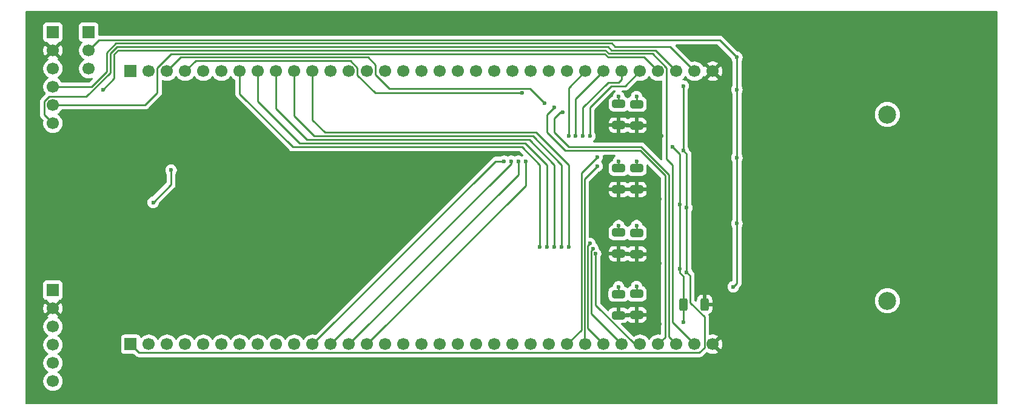
<source format=gbr>
%TF.GenerationSoftware,KiCad,Pcbnew,9.0.1*%
%TF.CreationDate,2025-04-05T14:03:06-06:00*%
%TF.ProjectId,GBDump,47424475-6d70-42e6-9b69-6361645f7063,rev?*%
%TF.SameCoordinates,Original*%
%TF.FileFunction,Copper,L2,Bot*%
%TF.FilePolarity,Positive*%
%FSLAX46Y46*%
G04 Gerber Fmt 4.6, Leading zero omitted, Abs format (unit mm)*
G04 Created by KiCad (PCBNEW 9.0.1) date 2025-04-05 14:03:06*
%MOMM*%
%LPD*%
G01*
G04 APERTURE LIST*
G04 Aperture macros list*
%AMRoundRect*
0 Rectangle with rounded corners*
0 $1 Rounding radius*
0 $2 $3 $4 $5 $6 $7 $8 $9 X,Y pos of 4 corners*
0 Add a 4 corners polygon primitive as box body*
4,1,4,$2,$3,$4,$5,$6,$7,$8,$9,$2,$3,0*
0 Add four circle primitives for the rounded corners*
1,1,$1+$1,$2,$3*
1,1,$1+$1,$4,$5*
1,1,$1+$1,$6,$7*
1,1,$1+$1,$8,$9*
0 Add four rect primitives between the rounded corners*
20,1,$1+$1,$2,$3,$4,$5,0*
20,1,$1+$1,$4,$5,$6,$7,0*
20,1,$1+$1,$6,$7,$8,$9,0*
20,1,$1+$1,$8,$9,$2,$3,0*%
G04 Aperture macros list end*
%TA.AperFunction,ComponentPad*%
%ADD10R,1.700000X1.700000*%
%TD*%
%TA.AperFunction,ComponentPad*%
%ADD11C,1.700000*%
%TD*%
%TA.AperFunction,WasherPad*%
%ADD12C,2.500000*%
%TD*%
%TA.AperFunction,SMDPad,CuDef*%
%ADD13RoundRect,0.250000X-0.650000X0.325000X-0.650000X-0.325000X0.650000X-0.325000X0.650000X0.325000X0*%
%TD*%
%TA.AperFunction,SMDPad,CuDef*%
%ADD14RoundRect,0.250000X0.650000X-0.325000X0.650000X0.325000X-0.650000X0.325000X-0.650000X-0.325000X0*%
%TD*%
%TA.AperFunction,SMDPad,CuDef*%
%ADD15RoundRect,0.250000X-0.312500X-0.625000X0.312500X-0.625000X0.312500X0.625000X-0.312500X0.625000X0*%
%TD*%
%TA.AperFunction,ViaPad*%
%ADD16C,0.600000*%
%TD*%
%TA.AperFunction,Conductor*%
%ADD17C,0.254000*%
%TD*%
G04 APERTURE END LIST*
D10*
%TO.P,J3,1,Pin_1*%
%TO.N,+3.3V*%
X93000000Y-65000000D03*
D11*
%TO.P,J3,2,Pin_2*%
%TO.N,GND*%
X93000000Y-67540000D03*
%TO.P,J3,3,Pin_3*%
%TO.N,SPI2_NSS*%
X93000000Y-70080000D03*
%TO.P,J3,4,Pin_4*%
%TO.N,SPI2_SCK*%
X93000000Y-72620000D03*
%TO.P,J3,5,Pin_5*%
%TO.N,SPI2_MOSI*%
X93000000Y-75160000D03*
%TO.P,J3,6,Pin_6*%
%TO.N,SPI2_MISO*%
X93000000Y-77700000D03*
%TD*%
D10*
%TO.P,U1,1,3V*%
%TO.N,+3.3V*%
X103860000Y-108550000D03*
D11*
%TO.P,U1,2,GND*%
%TO.N,unconnected-(U1-GND-Pad2)*%
X106400000Y-108550000D03*
%TO.P,U1,3,VBAT*%
%TO.N,unconnected-(U1-VBAT-Pad3)*%
X108940000Y-108550000D03*
%TO.P,U1,4,PC13*%
%TO.N,AD13*%
X111480000Y-108550000D03*
%TO.P,U1,5,PC14*%
%TO.N,AD14*%
X114020000Y-108550000D03*
%TO.P,U1,6,PC15*%
%TO.N,AD15*%
X116560000Y-108550000D03*
%TO.P,U1,7,PF0*%
%TO.N,unconnected-(U1-PF0-Pad7)*%
X119100000Y-108550000D03*
%TO.P,U1,8,PF1*%
%TO.N,unconnected-(U1-PF1-Pad8)*%
X121640000Y-108550000D03*
%TO.P,U1,9,GND*%
%TO.N,unconnected-(U1-GND-Pad9)*%
X124180000Y-108550000D03*
%TO.P,U1,10,NRST*%
%TO.N,unconnected-(U1-NRST-Pad10)*%
X126720000Y-108550000D03*
%TO.P,U1,11,PC0*%
%TO.N,AD0*%
X129260000Y-108550000D03*
%TO.P,U1,12,PC1*%
%TO.N,AD1*%
X131800000Y-108550000D03*
%TO.P,U1,13,PC2*%
%TO.N,AD2*%
X134340000Y-108550000D03*
%TO.P,U1,14,PC3*%
%TO.N,AD3*%
X136880000Y-108550000D03*
%TO.P,U1,15,PA0*%
%TO.N,CART_RST*%
X139420000Y-108550000D03*
%TO.P,U1,16,PA1*%
%TO.N,CART_SND*%
X141960000Y-108550000D03*
%TO.P,U1,17,PA2*%
%TO.N,SHIFT_EN*%
X144500000Y-108550000D03*
%TO.P,U1,18,PA3*%
%TO.N,unconnected-(U1-PA3-Pad18)*%
X147040000Y-108550000D03*
%TO.P,U1,19,GND*%
%TO.N,unconnected-(U1-GND-Pad19)*%
X149580000Y-108550000D03*
%TO.P,U1,20,VDD*%
%TO.N,unconnected-(U1-VDD-Pad20)*%
X152120000Y-108550000D03*
%TO.P,U1,21,PA4*%
%TO.N,SPI1_NSS*%
X154660000Y-108550000D03*
%TO.P,U1,22,PA5*%
%TO.N,SPI1_SCK*%
X157200000Y-108550000D03*
%TO.P,U1,23,PA6*%
%TO.N,SPI1_MISO*%
X159740000Y-108550000D03*
%TO.P,U1,24,PA7*%
%TO.N,SPI1_MOSI*%
X162280000Y-108550000D03*
%TO.P,U1,25,PC4*%
%TO.N,AD4*%
X164820000Y-108550000D03*
%TO.P,U1,26,PC5*%
%TO.N,AD5*%
X167360000Y-108550000D03*
%TO.P,U1,27,PB0*%
%TO.N,AD16*%
X169900000Y-108550000D03*
%TO.P,U1,28,PB1*%
%TO.N,AD17*%
X172440000Y-108550000D03*
%TO.P,U1,29,PB2*%
%TO.N,AD18*%
X174980000Y-108550000D03*
%TO.P,U1,30,PB10*%
%TO.N,CART_RD*%
X177520000Y-108550000D03*
%TO.P,U1,31,PB11*%
%TO.N,CART_CS*%
X180060000Y-108550000D03*
%TO.P,U1,32,PB12*%
%TO.N,SPI2_NSS*%
X182600000Y-108550000D03*
%TO.P,U1,33,GND*%
%TO.N,GND*%
X185140000Y-108550000D03*
D10*
%TO.P,U1,34,5V*%
%TO.N,+5V*%
X103860000Y-70450000D03*
D11*
%TO.P,U1,35,GND*%
%TO.N,unconnected-(U1-GND-Pad35)*%
X106400000Y-70450000D03*
%TO.P,U1,36,PB9*%
%TO.N,CART_WR*%
X108940000Y-70450000D03*
%TO.P,U1,37,PB8*%
%TO.N,CART_CLK*%
X111480000Y-70450000D03*
%TO.P,U1,38,VDD*%
%TO.N,unconnected-(U1-VDD-Pad38)*%
X114020000Y-70450000D03*
%TO.P,U1,39,BOOT0*%
%TO.N,unconnected-(U1-BOOT0-Pad39)*%
X116560000Y-70450000D03*
%TO.P,U1,40,PB7*%
%TO.N,AD23*%
X119100000Y-70450000D03*
%TO.P,U1,41,PB6*%
%TO.N,AD22*%
X121640000Y-70450000D03*
%TO.P,U1,42,PB5*%
%TO.N,AD21*%
X124180000Y-70450000D03*
%TO.P,U1,43,PB4*%
%TO.N,AD20*%
X126720000Y-70450000D03*
%TO.P,U1,44,PB3*%
%TO.N,AD19*%
X129260000Y-70450000D03*
%TO.P,U1,45,PD2*%
%TO.N,unconnected-(U1-PD2-Pad45)*%
X131800000Y-70450000D03*
%TO.P,U1,46,PC12*%
%TO.N,AD12*%
X134340000Y-70450000D03*
%TO.P,U1,47,PC11*%
%TO.N,AD11*%
X136880000Y-70450000D03*
%TO.P,U1,48,PC10*%
%TO.N,AD10*%
X139420000Y-70450000D03*
%TO.P,U1,49,PA15*%
%TO.N,unconnected-(U1-PA15-Pad49)*%
X141960000Y-70450000D03*
%TO.P,U1,50,PA14*%
%TO.N,unconnected-(U1-PA14-Pad50)*%
X144500000Y-70450000D03*
%TO.P,U1,51,VDDIO2*%
%TO.N,unconnected-(U1-VDDIO2-Pad51)*%
X147040000Y-70450000D03*
%TO.P,U1,52,VDDA*%
%TO.N,unconnected-(U1-VDDA-Pad52)*%
X149580000Y-70450000D03*
%TO.P,U1,53,PA13*%
%TO.N,unconnected-(U1-PA13-Pad53)*%
X152120000Y-70450000D03*
%TO.P,U1,54,PA12*%
%TO.N,unconnected-(U1-PA12-Pad54)*%
X154660000Y-70450000D03*
%TO.P,U1,55,PA11*%
%TO.N,unconnected-(U1-PA11-Pad55)*%
X157200000Y-70450000D03*
%TO.P,U1,56,PA10*%
%TO.N,unconnected-(U1-PA10-Pad56)*%
X159740000Y-70450000D03*
%TO.P,U1,57,PA9*%
%TO.N,unconnected-(U1-PA9-Pad57)*%
X162280000Y-70450000D03*
%TO.P,U1,58,PA8*%
%TO.N,unconnected-(U1-PA8-Pad58)*%
X164820000Y-70450000D03*
%TO.P,U1,59,PC9*%
%TO.N,AD9*%
X167360000Y-70450000D03*
%TO.P,U1,60,PC8*%
%TO.N,AD8*%
X169900000Y-70450000D03*
%TO.P,U1,61,PC7*%
%TO.N,AD7*%
X172440000Y-70450000D03*
%TO.P,U1,62,PC6*%
%TO.N,AD6*%
X174980000Y-70450000D03*
%TO.P,U1,63,PB15*%
%TO.N,SPI2_MOSI*%
X177520000Y-70450000D03*
%TO.P,U1,64,PB14*%
%TO.N,SPI2_MISO*%
X180060000Y-70450000D03*
%TO.P,U1,65,PB13*%
%TO.N,SPI2_SCK*%
X182600000Y-70450000D03*
%TO.P,U1,66,GND*%
%TO.N,GND*%
X185140000Y-70450000D03*
%TD*%
D12*
%TO.P,U5,*%
%TO.N,*%
X209500000Y-76475000D03*
X209500000Y-102475000D03*
%TD*%
D10*
%TO.P,JP1,1,A*%
%TO.N,+3.3V*%
X98000000Y-65000000D03*
D11*
%TO.P,JP1,2,C*%
%TO.N,V_CART*%
X98000000Y-67540000D03*
%TO.P,JP1,3,B*%
%TO.N,+5V*%
X98000000Y-70080000D03*
%TD*%
D10*
%TO.P,J1,1,Pin_1*%
%TO.N,+3.3V*%
X93000000Y-101000000D03*
D11*
%TO.P,J1,2,Pin_2*%
%TO.N,GND*%
X93000000Y-103540000D03*
%TO.P,J1,3,Pin_3*%
%TO.N,SPI1_NSS*%
X93000000Y-106080000D03*
%TO.P,J1,4,Pin_4*%
%TO.N,SPI1_SCK*%
X93000000Y-108620000D03*
%TO.P,J1,5,Pin_5*%
%TO.N,SPI1_MOSI*%
X93000000Y-111160000D03*
%TO.P,J1,6,Pin_6*%
%TO.N,SPI1_MISO*%
X93000000Y-113700000D03*
%TD*%
D13*
%TO.P,C5,1*%
%TO.N,+3.3V*%
X172000000Y-84000000D03*
%TO.P,C5,2*%
%TO.N,GND*%
X172000000Y-86950000D03*
%TD*%
%TO.P,C7,1*%
%TO.N,+3.3V*%
X172000000Y-75025000D03*
%TO.P,C7,2*%
%TO.N,GND*%
X172000000Y-77975000D03*
%TD*%
D14*
%TO.P,C4,1*%
%TO.N,GND*%
X174500000Y-95950000D03*
%TO.P,C4,2*%
%TO.N,V_CART*%
X174500000Y-93000000D03*
%TD*%
D15*
%TO.P,R1,1*%
%TO.N,SHIFT_EN*%
X181075000Y-103000000D03*
%TO.P,R1,2*%
%TO.N,GND*%
X184000000Y-103000000D03*
%TD*%
D14*
%TO.P,C2,1*%
%TO.N,GND*%
X174500000Y-104450000D03*
%TO.P,C2,2*%
%TO.N,V_CART*%
X174500000Y-101500000D03*
%TD*%
%TO.P,C8,1*%
%TO.N,GND*%
X174500000Y-78000000D03*
%TO.P,C8,2*%
%TO.N,V_CART*%
X174500000Y-75050000D03*
%TD*%
%TO.P,C6,1*%
%TO.N,GND*%
X174500000Y-86950000D03*
%TO.P,C6,2*%
%TO.N,V_CART*%
X174500000Y-84000000D03*
%TD*%
D13*
%TO.P,C3,1*%
%TO.N,+3.3V*%
X172000000Y-92975000D03*
%TO.P,C3,2*%
%TO.N,GND*%
X172000000Y-95925000D03*
%TD*%
%TO.P,C1,1*%
%TO.N,+3.3V*%
X171975000Y-101550000D03*
%TO.P,C1,2*%
%TO.N,GND*%
X171975000Y-104500000D03*
%TD*%
D16*
%TO.N,GND*%
X178000000Y-79500000D03*
X186250000Y-88250000D03*
X97750000Y-106750000D03*
X107750000Y-101750000D03*
X107750000Y-102750000D03*
X185000000Y-79500000D03*
X97750000Y-105750000D03*
X185000000Y-88250000D03*
X186250000Y-79500000D03*
X183500000Y-88250000D03*
X187500000Y-79500000D03*
X190500000Y-89000000D03*
X106750000Y-101750000D03*
X183500000Y-79500000D03*
X177750000Y-97250000D03*
X189500000Y-88250000D03*
X98750000Y-106750000D03*
X106750000Y-102750000D03*
X187500000Y-88250000D03*
X108000000Y-91250000D03*
X177750000Y-105750000D03*
X98750000Y-105750000D03*
X186500000Y-97250000D03*
X106750000Y-86750000D03*
X185000000Y-97250000D03*
X191000000Y-79000000D03*
X177750000Y-88250000D03*
X183250000Y-97250000D03*
%TO.N,+3.3V*%
X172000000Y-74000000D03*
X181500000Y-98500000D03*
X172000000Y-83000000D03*
X181000000Y-72500000D03*
X109500000Y-84250000D03*
X181500000Y-89500000D03*
X172000000Y-92000000D03*
X107000000Y-88750000D03*
X171975000Y-100525000D03*
X181000000Y-81500000D03*
%TO.N,V_CART*%
X188500000Y-82500000D03*
X174500000Y-92000000D03*
X174500000Y-83000000D03*
X174500000Y-74000000D03*
X174500000Y-100500000D03*
X188000000Y-100530000D03*
X188500000Y-68500000D03*
X188500000Y-91696667D03*
X188500000Y-73000000D03*
%TO.N,SPI2_NSS*%
X100000000Y-73000000D03*
%TO.N,SHIFT_EN*%
X181000000Y-105500000D03*
X180500000Y-98000000D03*
X179500000Y-81000000D03*
X180500000Y-89000000D03*
%TO.N,CART_CS*%
X164175000Y-76175000D03*
%TO.N,AD18*%
X168768289Y-95903412D03*
%TO.N,CART_WR*%
X161625000Y-74875000D03*
%TO.N,AD5*%
X169000000Y-83708333D03*
%TO.N,AD2*%
X158000000Y-83000000D03*
%TO.N,AD23*%
X161000000Y-95000000D03*
%TO.N,AD0*%
X156000000Y-83000000D03*
%TO.N,CART_RD*%
X163025000Y-75525000D03*
%TO.N,AD4*%
X169000000Y-82408333D03*
%TO.N,AD19*%
X165000000Y-95000000D03*
%TO.N,AD17*%
X168390055Y-95198471D03*
%TO.N,AD7*%
X167000000Y-79500000D03*
%TO.N,AD20*%
X164000000Y-95000000D03*
%TO.N,AD9*%
X165000000Y-79500000D03*
%TO.N,CART_CLK*%
X158500000Y-73500000D03*
%TO.N,AD3*%
X159000000Y-83000000D03*
%TO.N,AD22*%
X162000000Y-95000000D03*
%TO.N,AD21*%
X163000000Y-95000000D03*
%TO.N,AD16*%
X168000000Y-94500000D03*
%TO.N,AD1*%
X157000000Y-83000000D03*
%TO.N,AD8*%
X166000000Y-79500000D03*
%TO.N,AD6*%
X168000000Y-79500000D03*
%TD*%
D17*
%TO.N,+3.3V*%
X172000000Y-92975000D02*
X172000000Y-92000000D01*
X181000000Y-72500000D02*
X181000000Y-81500000D01*
X107000000Y-88750000D02*
X109500000Y-86250000D01*
X183962000Y-104723842D02*
X181965500Y-102727342D01*
X181500000Y-82000000D02*
X181500000Y-89500000D01*
X181500000Y-89500000D02*
X181500000Y-98500000D01*
X105038000Y-109728000D02*
X183272000Y-109728000D01*
X181000000Y-81500000D02*
X181500000Y-82000000D01*
X171975000Y-101550000D02*
X171975000Y-100525000D01*
X183962000Y-109038000D02*
X183962000Y-104723842D01*
X181965500Y-98965500D02*
X181500000Y-98500000D01*
X172000000Y-75025000D02*
X172000000Y-74000000D01*
X172000000Y-84000000D02*
X172000000Y-83000000D01*
X109500000Y-86250000D02*
X109500000Y-84250000D01*
X103860000Y-108550000D02*
X105038000Y-109728000D01*
X183272000Y-109728000D02*
X183962000Y-109038000D01*
X181965500Y-102727342D02*
X181965500Y-98965500D01*
%TO.N,V_CART*%
X186090000Y-66090000D02*
X99450000Y-66090000D01*
X188000000Y-100530000D02*
X188500000Y-100030000D01*
X188500000Y-100030000D02*
X188500000Y-91696667D01*
X188500000Y-68500000D02*
X186090000Y-66090000D01*
X174500000Y-75050000D02*
X174500000Y-74000000D01*
X188500000Y-73000000D02*
X188500000Y-68500000D01*
X188500000Y-82500000D02*
X188500000Y-73000000D01*
X188500000Y-91696667D02*
X188500000Y-82500000D01*
X174500000Y-93000000D02*
X174500000Y-92000000D01*
X174500000Y-101500000D02*
X174500000Y-100500000D01*
X99450000Y-66090000D02*
X98000000Y-67540000D01*
X174500000Y-84000000D02*
X174500000Y-83000000D01*
%TO.N,SPI2_NSS*%
X178698000Y-69962056D02*
X178698000Y-82698000D01*
X101571734Y-71428266D02*
X101571734Y-68071734D01*
X100000000Y-73000000D02*
X101571734Y-71428266D01*
X170643468Y-68000000D02*
X176735944Y-68000000D01*
X101571734Y-68071734D02*
X102143468Y-67500000D01*
X178698000Y-82698000D02*
X179500000Y-83500000D01*
X179500000Y-83500000D02*
X179500000Y-105450000D01*
X170143468Y-67500000D02*
X170643468Y-68000000D01*
X102143468Y-67500000D02*
X170143468Y-67500000D01*
X179500000Y-105450000D02*
X182600000Y-108550000D01*
X176735944Y-68000000D02*
X178698000Y-69962056D01*
%TO.N,SPI2_SCK*%
X182600000Y-70450000D02*
X179150000Y-67000000D01*
X101811532Y-66545000D02*
X100500000Y-67856532D01*
X171500000Y-67000000D02*
X171045000Y-66545000D01*
X98380000Y-72620000D02*
X93000000Y-72620000D01*
X179150000Y-67000000D02*
X171500000Y-67000000D01*
X100500000Y-67856532D02*
X100500000Y-70500000D01*
X171045000Y-66545000D02*
X101811532Y-66545000D01*
X100500000Y-70500000D02*
X98380000Y-72620000D01*
%TO.N,SPI2_MOSI*%
X170045000Y-68045000D02*
X109495056Y-68045000D01*
X177520000Y-70450000D02*
X175570000Y-68500000D01*
X170500000Y-68500000D02*
X170045000Y-68045000D01*
X107578000Y-69962056D02*
X107578000Y-73422000D01*
X105840000Y-75160000D02*
X93000000Y-75160000D01*
X107578000Y-73422000D02*
X105840000Y-75160000D01*
X109495056Y-68045000D02*
X107578000Y-69962056D01*
X170500000Y-68500000D02*
X175570000Y-68500000D01*
%TO.N,SPI2_MISO*%
X97643467Y-74000000D02*
X101000000Y-70643467D01*
X170500000Y-67000000D02*
X171000000Y-67500000D01*
X102000000Y-67000000D02*
X170500000Y-67000000D01*
X177110000Y-67500000D02*
X180060000Y-70450000D01*
X171000000Y-67500000D02*
X177110000Y-67500000D01*
X91822000Y-76522000D02*
X93000000Y-77700000D01*
X92512056Y-73982000D02*
X91822000Y-74672056D01*
X101000000Y-70643467D02*
X101000000Y-68000000D01*
X97500000Y-74000000D02*
X97643467Y-74000000D01*
X97500000Y-74000000D02*
X97482000Y-73982000D01*
X91822000Y-74672056D02*
X91822000Y-76522000D01*
X101000000Y-68000000D02*
X102000000Y-67000000D01*
X97482000Y-73982000D02*
X92512056Y-73982000D01*
%TO.N,SHIFT_EN*%
X180500000Y-89000000D02*
X180500000Y-82000000D01*
X181000000Y-103075000D02*
X181075000Y-103000000D01*
X180500000Y-82000000D02*
X179500000Y-81000000D01*
X180500000Y-98000000D02*
X180500000Y-98500000D01*
X180500000Y-89000000D02*
X180500000Y-98000000D01*
X181075000Y-99075000D02*
X181075000Y-103000000D01*
X181000000Y-105500000D02*
X181000000Y-103075000D01*
X180500000Y-98500000D02*
X181075000Y-99075000D01*
%TO.N,CART_CS*%
X175143467Y-81000000D02*
X179000000Y-84856533D01*
X163000000Y-77000000D02*
X163000000Y-79000000D01*
X163000000Y-79000000D02*
X165000000Y-81000000D01*
X179000000Y-84856533D02*
X179000000Y-107490000D01*
X179000000Y-107490000D02*
X180060000Y-108550000D01*
X163825000Y-76175000D02*
X163000000Y-77000000D01*
X164175000Y-76175000D02*
X163825000Y-76175000D01*
X165000000Y-81000000D02*
X175143467Y-81000000D01*
%TO.N,AD18*%
X174980000Y-108550000D02*
X174225658Y-108550000D01*
X168768289Y-103092631D02*
X168768289Y-95903412D01*
X174225658Y-108550000D02*
X168768289Y-103092631D01*
%TO.N,CART_WR*%
X138058000Y-69558000D02*
X137000000Y-68500000D01*
X159622000Y-72872000D02*
X139992056Y-72872000D01*
X161625000Y-74875000D02*
X159622000Y-72872000D01*
X139992056Y-72872000D02*
X138058000Y-70937944D01*
X110890000Y-68500000D02*
X108940000Y-70450000D01*
X138058000Y-70937944D02*
X138058000Y-69558000D01*
X137000000Y-68500000D02*
X110890000Y-68500000D01*
%TO.N,AD5*%
X167230289Y-108420289D02*
X167230289Y-85478044D01*
X167230289Y-85478044D02*
X169000000Y-83708333D01*
X167360000Y-108550000D02*
X167230289Y-108420289D01*
%TO.N,AD2*%
X158000000Y-84890000D02*
X158000000Y-83000000D01*
X134340000Y-108550000D02*
X158000000Y-84890000D01*
%TO.N,AD23*%
X161000000Y-83500000D02*
X158500000Y-81000000D01*
X119100000Y-73600000D02*
X119100000Y-70450000D01*
X126500000Y-81000000D02*
X119100000Y-73600000D01*
X161000000Y-95000000D02*
X161000000Y-83500000D01*
X158500000Y-81000000D02*
X126500000Y-81000000D01*
%TO.N,AD0*%
X129260000Y-108550000D02*
X154810000Y-83000000D01*
X154810000Y-83000000D02*
X156000000Y-83000000D01*
%TO.N,CART_RD*%
X178500000Y-85000000D02*
X178500000Y-107570000D01*
X163025000Y-75525000D02*
X162000000Y-76550000D01*
X164500000Y-81500000D02*
X175000000Y-81500000D01*
X162000000Y-79000000D02*
X164500000Y-81500000D01*
X162000000Y-76550000D02*
X162000000Y-79000000D01*
X178500000Y-107570000D02*
X177520000Y-108550000D01*
X175000000Y-81500000D02*
X178500000Y-85000000D01*
%TO.N,AD4*%
X166775289Y-106594711D02*
X166775289Y-84633044D01*
X164820000Y-108550000D02*
X166775289Y-106594711D01*
X166775289Y-84633044D02*
X169000000Y-82408333D01*
%TO.N,AD19*%
X129260000Y-77260000D02*
X129260000Y-70450000D01*
X131000000Y-79000000D02*
X129260000Y-77260000D01*
X160500000Y-79000000D02*
X131000000Y-79000000D01*
X165000000Y-83500000D02*
X160500000Y-79000000D01*
X165000000Y-95000000D02*
X165000000Y-83500000D01*
%TO.N,AD17*%
X168140289Y-104250289D02*
X168140289Y-95448237D01*
X172440000Y-108550000D02*
X168140289Y-104250289D01*
X168140289Y-95448237D02*
X168390055Y-95198471D01*
%TO.N,AD7*%
X167000000Y-75500000D02*
X170500000Y-72000000D01*
X172000000Y-72000000D02*
X172440000Y-71560000D01*
X170500000Y-72000000D02*
X172000000Y-72000000D01*
X172440000Y-71560000D02*
X172440000Y-70450000D01*
X167000000Y-79500000D02*
X167000000Y-75500000D01*
%TO.N,AD20*%
X129500000Y-79500000D02*
X126720000Y-76720000D01*
X160000000Y-79500000D02*
X129500000Y-79500000D01*
X164000000Y-83500000D02*
X160000000Y-79500000D01*
X126720000Y-76720000D02*
X126720000Y-70450000D01*
X164000000Y-95000000D02*
X164000000Y-83500000D01*
%TO.N,AD9*%
X165000000Y-72810000D02*
X167360000Y-70450000D01*
X165000000Y-79500000D02*
X165000000Y-72810000D01*
%TO.N,CART_CLK*%
X112930000Y-69000000D02*
X111480000Y-70450000D01*
X158500000Y-73500000D02*
X138000000Y-73500000D01*
X135518000Y-71018000D02*
X135518000Y-69962056D01*
X135518000Y-69962056D02*
X134555944Y-69000000D01*
X134555944Y-69000000D02*
X112930000Y-69000000D01*
X138000000Y-73500000D02*
X135518000Y-71018000D01*
%TO.N,AD3*%
X136880000Y-108550000D02*
X159000000Y-86430000D01*
X159000000Y-86430000D02*
X159000000Y-83000000D01*
%TO.N,AD22*%
X121640000Y-74640000D02*
X121640000Y-70450000D01*
X127455000Y-80455000D02*
X121640000Y-74640000D01*
X158955000Y-80455000D02*
X127455000Y-80455000D01*
X162000000Y-95000000D02*
X162000000Y-83500000D01*
X162000000Y-83500000D02*
X158955000Y-80455000D01*
%TO.N,AD21*%
X163000000Y-95000000D02*
X163000000Y-83500000D01*
X159500000Y-80000000D02*
X128500000Y-80000000D01*
X163000000Y-83500000D02*
X159500000Y-80000000D01*
X124180000Y-75680000D02*
X124180000Y-70450000D01*
X128500000Y-80000000D02*
X124180000Y-75680000D01*
%TO.N,AD16*%
X169900000Y-108550000D02*
X167685289Y-106335289D01*
X167685289Y-106335289D02*
X167685289Y-94814711D01*
X167685289Y-94814711D02*
X168000000Y-94500000D01*
%TO.N,AD1*%
X131800000Y-108550000D02*
X157000000Y-83350000D01*
X157000000Y-83350000D02*
X157000000Y-83000000D01*
%TO.N,AD8*%
X166000000Y-74350000D02*
X169900000Y-70450000D01*
X166000000Y-79500000D02*
X166000000Y-74350000D01*
%TO.N,AD6*%
X168000000Y-75500000D02*
X171000000Y-72500000D01*
X171000000Y-72500000D02*
X172930000Y-72500000D01*
X168000000Y-79500000D02*
X168000000Y-75500000D01*
X172930000Y-72500000D02*
X174980000Y-70450000D01*
%TD*%
%TA.AperFunction,Conductor*%
%TO.N,GND*%
G36*
X171488653Y-82137043D02*
G01*
X171521320Y-82146005D01*
X171522089Y-82146861D01*
X171523192Y-82147185D01*
X171545360Y-82172769D01*
X171568010Y-82197984D01*
X171568194Y-82199120D01*
X171568947Y-82199989D01*
X171573768Y-82233520D01*
X171579186Y-82266954D01*
X171578727Y-82268007D01*
X171578891Y-82269147D01*
X171564810Y-82299978D01*
X171551300Y-82331017D01*
X171550174Y-82332028D01*
X171549866Y-82332703D01*
X171525044Y-82354602D01*
X171489710Y-82378210D01*
X171378213Y-82489707D01*
X171378210Y-82489711D01*
X171290609Y-82620814D01*
X171290602Y-82620827D01*
X171230264Y-82766498D01*
X171230261Y-82766507D01*
X171210797Y-82864358D01*
X171178411Y-82926268D01*
X171128185Y-82957871D01*
X171030666Y-82990186D01*
X171030663Y-82990187D01*
X170881342Y-83082289D01*
X170757289Y-83206342D01*
X170665187Y-83355663D01*
X170665185Y-83355668D01*
X170650492Y-83400008D01*
X170610001Y-83522203D01*
X170610001Y-83522204D01*
X170610000Y-83522204D01*
X170599500Y-83624983D01*
X170599500Y-84375001D01*
X170599501Y-84375019D01*
X170610000Y-84477796D01*
X170610001Y-84477799D01*
X170665185Y-84644331D01*
X170665187Y-84644336D01*
X170678796Y-84666399D01*
X170757288Y-84793656D01*
X170881344Y-84917712D01*
X171030666Y-85009814D01*
X171197203Y-85064999D01*
X171299991Y-85075500D01*
X172700008Y-85075499D01*
X172802797Y-85064999D01*
X172969334Y-85009814D01*
X173118656Y-84917712D01*
X173162319Y-84874049D01*
X173223642Y-84840564D01*
X173293334Y-84845548D01*
X173337681Y-84874049D01*
X173381344Y-84917712D01*
X173530666Y-85009814D01*
X173697203Y-85064999D01*
X173799991Y-85075500D01*
X175200008Y-85075499D01*
X175302797Y-85064999D01*
X175469334Y-85009814D01*
X175618656Y-84917712D01*
X175742712Y-84793656D01*
X175834814Y-84644334D01*
X175889999Y-84477797D01*
X175900500Y-84375009D01*
X175900499Y-83624992D01*
X175897569Y-83596309D01*
X175910338Y-83527617D01*
X175958219Y-83476733D01*
X176026009Y-83459812D01*
X176092185Y-83482228D01*
X176108608Y-83496027D01*
X177836181Y-85223600D01*
X177869666Y-85284923D01*
X177872500Y-85311281D01*
X177872500Y-107093311D01*
X177852815Y-107160350D01*
X177800011Y-107206105D01*
X177730853Y-107216049D01*
X177729103Y-107215784D01*
X177626287Y-107199500D01*
X177413713Y-107199500D01*
X177372011Y-107206105D01*
X177203760Y-107232753D01*
X177001585Y-107298444D01*
X176812179Y-107394951D01*
X176640213Y-107519890D01*
X176489890Y-107670213D01*
X176364949Y-107842182D01*
X176360484Y-107850946D01*
X176312509Y-107901742D01*
X176244688Y-107918536D01*
X176178553Y-107895998D01*
X176139516Y-107850946D01*
X176135050Y-107842182D01*
X176010109Y-107670213D01*
X175859786Y-107519890D01*
X175687820Y-107394951D01*
X175498414Y-107298444D01*
X175498413Y-107298443D01*
X175498412Y-107298443D01*
X175296243Y-107232754D01*
X175296241Y-107232753D01*
X175296240Y-107232753D01*
X175127989Y-107206105D01*
X175086287Y-107199500D01*
X174873713Y-107199500D01*
X174832011Y-107206105D01*
X174663760Y-107232753D01*
X174461585Y-107298444D01*
X174272181Y-107394950D01*
X174175903Y-107464899D01*
X174110097Y-107488378D01*
X174042043Y-107472552D01*
X174015338Y-107452261D01*
X172349757Y-105786680D01*
X172316272Y-105725357D01*
X172321256Y-105655665D01*
X172363128Y-105599732D01*
X172428592Y-105575315D01*
X172437438Y-105574999D01*
X172674972Y-105574999D01*
X172674986Y-105574998D01*
X172777697Y-105564505D01*
X172944119Y-105509358D01*
X172944124Y-105509356D01*
X173093345Y-105417315D01*
X173174819Y-105335842D01*
X173236142Y-105302357D01*
X173305834Y-105307341D01*
X173350181Y-105335842D01*
X173381654Y-105367315D01*
X173530875Y-105459356D01*
X173530880Y-105459358D01*
X173697302Y-105514505D01*
X173697309Y-105514506D01*
X173800019Y-105524999D01*
X174249999Y-105524999D01*
X174750000Y-105524999D01*
X175199972Y-105524999D01*
X175199986Y-105524998D01*
X175302697Y-105514505D01*
X175469119Y-105459358D01*
X175469124Y-105459356D01*
X175618345Y-105367315D01*
X175742315Y-105243345D01*
X175834356Y-105094124D01*
X175834358Y-105094119D01*
X175889505Y-104927697D01*
X175889506Y-104927690D01*
X175899999Y-104824986D01*
X175900000Y-104824973D01*
X175900000Y-104700000D01*
X174750000Y-104700000D01*
X174750000Y-105524999D01*
X174249999Y-105524999D01*
X174250000Y-105524998D01*
X174250000Y-104700000D01*
X173505000Y-104700000D01*
X173491319Y-104713681D01*
X173429996Y-104747166D01*
X173403638Y-104750000D01*
X172099000Y-104750000D01*
X172031961Y-104730315D01*
X171986206Y-104677511D01*
X171975000Y-104626000D01*
X171975000Y-104500000D01*
X171849000Y-104500000D01*
X171781961Y-104480315D01*
X171736206Y-104427511D01*
X171725000Y-104376000D01*
X171725000Y-103425000D01*
X172225000Y-103425000D01*
X172225000Y-104250000D01*
X172970000Y-104250000D01*
X172983681Y-104236319D01*
X173045004Y-104202834D01*
X173071362Y-104200000D01*
X174250000Y-104200000D01*
X174750000Y-104200000D01*
X175899999Y-104200000D01*
X175899999Y-104075028D01*
X175899998Y-104075013D01*
X175889505Y-103972302D01*
X175834358Y-103805880D01*
X175834356Y-103805875D01*
X175742315Y-103656654D01*
X175618345Y-103532684D01*
X175469124Y-103440643D01*
X175469119Y-103440641D01*
X175302697Y-103385494D01*
X175302690Y-103385493D01*
X175199986Y-103375000D01*
X174750000Y-103375000D01*
X174750000Y-104200000D01*
X174250000Y-104200000D01*
X174250000Y-103375000D01*
X173800028Y-103375000D01*
X173800012Y-103375001D01*
X173697302Y-103385494D01*
X173530880Y-103440641D01*
X173530875Y-103440643D01*
X173381654Y-103532684D01*
X173300179Y-103614158D01*
X173238856Y-103647643D01*
X173169164Y-103642657D01*
X173124818Y-103614157D01*
X173093345Y-103582684D01*
X172944124Y-103490643D01*
X172944119Y-103490641D01*
X172777697Y-103435494D01*
X172777690Y-103435493D01*
X172674986Y-103425000D01*
X172225000Y-103425000D01*
X171725000Y-103425000D01*
X171275028Y-103425000D01*
X171275012Y-103425001D01*
X171172302Y-103435494D01*
X171005880Y-103490641D01*
X171005875Y-103490643D01*
X170856654Y-103582684D01*
X170732682Y-103706656D01*
X170638396Y-103859517D01*
X170586448Y-103906241D01*
X170517485Y-103917462D01*
X170453403Y-103889619D01*
X170445177Y-103882100D01*
X169432108Y-102869031D01*
X169398623Y-102807708D01*
X169395789Y-102781350D01*
X169395789Y-101174983D01*
X170574500Y-101174983D01*
X170574500Y-101925001D01*
X170574501Y-101925019D01*
X170585000Y-102027796D01*
X170585001Y-102027799D01*
X170623618Y-102144336D01*
X170640186Y-102194334D01*
X170732288Y-102343656D01*
X170856344Y-102467712D01*
X171005666Y-102559814D01*
X171172203Y-102614999D01*
X171274991Y-102625500D01*
X172675008Y-102625499D01*
X172777797Y-102614999D01*
X172944334Y-102559814D01*
X173093656Y-102467712D01*
X173174821Y-102386546D01*
X173236140Y-102353064D01*
X173305832Y-102358048D01*
X173350179Y-102386548D01*
X173379693Y-102416061D01*
X173381344Y-102417712D01*
X173530666Y-102509814D01*
X173697203Y-102564999D01*
X173799991Y-102575500D01*
X175200008Y-102575499D01*
X175302797Y-102564999D01*
X175469334Y-102509814D01*
X175618656Y-102417712D01*
X175742712Y-102293656D01*
X175834814Y-102144334D01*
X175889999Y-101977797D01*
X175900500Y-101875009D01*
X175900499Y-101124992D01*
X175889999Y-101022203D01*
X175834814Y-100855666D01*
X175742712Y-100706344D01*
X175618656Y-100582288D01*
X175469334Y-100490186D01*
X175371814Y-100457871D01*
X175314370Y-100418098D01*
X175289202Y-100364357D01*
X175269738Y-100266508D01*
X175269737Y-100266507D01*
X175269737Y-100266503D01*
X175247590Y-100213034D01*
X175209397Y-100120827D01*
X175209390Y-100120814D01*
X175121789Y-99989711D01*
X175121786Y-99989707D01*
X175010292Y-99878213D01*
X175010288Y-99878210D01*
X174879185Y-99790609D01*
X174879172Y-99790602D01*
X174733501Y-99730264D01*
X174733489Y-99730261D01*
X174578845Y-99699500D01*
X174578842Y-99699500D01*
X174421158Y-99699500D01*
X174421155Y-99699500D01*
X174266510Y-99730261D01*
X174266498Y-99730264D01*
X174120827Y-99790602D01*
X174120814Y-99790609D01*
X173989711Y-99878210D01*
X173989707Y-99878213D01*
X173878213Y-99989707D01*
X173878210Y-99989711D01*
X173790609Y-100120814D01*
X173790602Y-100120827D01*
X173730264Y-100266498D01*
X173730261Y-100266507D01*
X173710797Y-100364358D01*
X173678411Y-100426268D01*
X173628185Y-100457871D01*
X173530666Y-100490186D01*
X173530663Y-100490187D01*
X173381342Y-100582289D01*
X173300179Y-100663451D01*
X173238856Y-100696936D01*
X173169164Y-100691950D01*
X173124818Y-100663450D01*
X173093657Y-100632289D01*
X173093656Y-100632288D01*
X172944334Y-100540186D01*
X172852136Y-100509634D01*
X172794693Y-100469862D01*
X172769525Y-100416120D01*
X172759229Y-100364358D01*
X172744737Y-100291503D01*
X172734384Y-100266508D01*
X172684397Y-100145827D01*
X172684390Y-100145814D01*
X172596789Y-100014711D01*
X172596786Y-100014707D01*
X172485292Y-99903213D01*
X172485288Y-99903210D01*
X172354185Y-99815609D01*
X172354172Y-99815602D01*
X172208501Y-99755264D01*
X172208489Y-99755261D01*
X172053845Y-99724500D01*
X172053842Y-99724500D01*
X171896158Y-99724500D01*
X171896155Y-99724500D01*
X171741510Y-99755261D01*
X171741498Y-99755264D01*
X171595827Y-99815602D01*
X171595814Y-99815609D01*
X171464711Y-99903210D01*
X171464707Y-99903213D01*
X171353213Y-100014707D01*
X171353210Y-100014711D01*
X171265609Y-100145814D01*
X171265602Y-100145827D01*
X171205264Y-100291498D01*
X171205261Y-100291508D01*
X171180474Y-100416121D01*
X171148089Y-100478032D01*
X171097862Y-100509635D01*
X171005666Y-100540186D01*
X171005663Y-100540187D01*
X170856342Y-100632289D01*
X170732289Y-100756342D01*
X170640187Y-100905663D01*
X170640186Y-100905666D01*
X170585001Y-101072203D01*
X170585001Y-101072204D01*
X170585000Y-101072204D01*
X170574500Y-101174983D01*
X169395789Y-101174983D01*
X169395789Y-96442768D01*
X169415474Y-96375729D01*
X169416687Y-96373877D01*
X169466060Y-96299986D01*
X170600001Y-96299986D01*
X170610494Y-96402697D01*
X170665641Y-96569119D01*
X170665643Y-96569124D01*
X170757684Y-96718345D01*
X170881654Y-96842315D01*
X171030875Y-96934356D01*
X171030880Y-96934358D01*
X171197302Y-96989505D01*
X171197309Y-96989506D01*
X171300019Y-96999999D01*
X171749999Y-96999999D01*
X172250000Y-96999999D01*
X172699972Y-96999999D01*
X172699986Y-96999998D01*
X172802697Y-96989505D01*
X172969119Y-96934358D01*
X172969124Y-96934356D01*
X173118347Y-96842314D01*
X173149818Y-96810843D01*
X173211140Y-96777357D01*
X173280832Y-96782341D01*
X173325181Y-96810842D01*
X173381654Y-96867315D01*
X173530875Y-96959356D01*
X173530880Y-96959358D01*
X173697302Y-97014505D01*
X173697309Y-97014506D01*
X173800019Y-97024999D01*
X174249999Y-97024999D01*
X174750000Y-97024999D01*
X175199972Y-97024999D01*
X175199986Y-97024998D01*
X175302697Y-97014505D01*
X175469119Y-96959358D01*
X175469124Y-96959356D01*
X175618345Y-96867315D01*
X175742315Y-96743345D01*
X175834356Y-96594124D01*
X175834358Y-96594119D01*
X175889505Y-96427697D01*
X175889506Y-96427690D01*
X175899999Y-96324986D01*
X175900000Y-96324973D01*
X175900000Y-96200000D01*
X174750000Y-96200000D01*
X174750000Y-97024999D01*
X174249999Y-97024999D01*
X174250000Y-97024998D01*
X174250000Y-96200000D01*
X173046362Y-96200000D01*
X172979323Y-96180315D01*
X172972727Y-96175000D01*
X172250000Y-96175000D01*
X172250000Y-96999999D01*
X171749999Y-96999999D01*
X171750000Y-96999998D01*
X171750000Y-96175000D01*
X170600001Y-96175000D01*
X170600001Y-96299986D01*
X169466060Y-96299986D01*
X169477683Y-96282591D01*
X169538026Y-96136909D01*
X169568789Y-95982254D01*
X169568789Y-95824570D01*
X169568789Y-95824567D01*
X169568788Y-95824565D01*
X169557882Y-95769737D01*
X169538026Y-95669915D01*
X169488361Y-95550013D01*
X170600000Y-95550013D01*
X170600000Y-95675000D01*
X171750000Y-95675000D01*
X172250000Y-95675000D01*
X173453638Y-95675000D01*
X173520677Y-95694685D01*
X173527273Y-95700000D01*
X174250000Y-95700000D01*
X174750000Y-95700000D01*
X175899999Y-95700000D01*
X175899999Y-95575028D01*
X175899998Y-95575013D01*
X175889505Y-95472302D01*
X175834358Y-95305880D01*
X175834356Y-95305875D01*
X175742315Y-95156654D01*
X175618345Y-95032684D01*
X175469124Y-94940643D01*
X175469119Y-94940641D01*
X175302697Y-94885494D01*
X175302690Y-94885493D01*
X175199986Y-94875000D01*
X174750000Y-94875000D01*
X174750000Y-95700000D01*
X174250000Y-95700000D01*
X174250000Y-94875000D01*
X173800028Y-94875000D01*
X173800012Y-94875001D01*
X173697302Y-94885494D01*
X173530880Y-94940641D01*
X173530875Y-94940643D01*
X173381656Y-95032683D01*
X173350178Y-95064160D01*
X173288854Y-95097643D01*
X173219162Y-95092657D01*
X173174818Y-95064157D01*
X173118345Y-95007684D01*
X172969124Y-94915643D01*
X172969119Y-94915641D01*
X172802697Y-94860494D01*
X172802690Y-94860493D01*
X172699986Y-94850000D01*
X172250000Y-94850000D01*
X172250000Y-95675000D01*
X171750000Y-95675000D01*
X171750000Y-94850000D01*
X171300028Y-94850000D01*
X171300012Y-94850001D01*
X171197302Y-94860494D01*
X171030880Y-94915641D01*
X171030875Y-94915643D01*
X170881654Y-95007684D01*
X170757684Y-95131654D01*
X170665643Y-95280875D01*
X170665641Y-95280880D01*
X170610494Y-95447302D01*
X170610493Y-95447309D01*
X170600000Y-95550013D01*
X169488361Y-95550013D01*
X169477683Y-95524233D01*
X169477681Y-95524230D01*
X169477679Y-95524226D01*
X169390078Y-95393123D01*
X169390075Y-95393119D01*
X169278585Y-95281629D01*
X169278581Y-95281626D01*
X169278578Y-95281623D01*
X169245661Y-95259628D01*
X169200858Y-95206015D01*
X169190555Y-95156528D01*
X169190555Y-95119626D01*
X169190554Y-95119624D01*
X169173260Y-95032683D01*
X169159792Y-94964974D01*
X169126870Y-94885493D01*
X169099452Y-94819298D01*
X169099445Y-94819285D01*
X169011844Y-94688182D01*
X169011841Y-94688178D01*
X168900347Y-94576684D01*
X168855608Y-94546790D01*
X168810804Y-94493177D01*
X168800500Y-94443688D01*
X168800500Y-94421155D01*
X168800499Y-94421153D01*
X168769738Y-94266510D01*
X168769737Y-94266503D01*
X168769735Y-94266498D01*
X168709397Y-94120827D01*
X168709390Y-94120814D01*
X168621789Y-93989711D01*
X168621786Y-93989707D01*
X168510292Y-93878213D01*
X168510288Y-93878210D01*
X168379185Y-93790609D01*
X168379172Y-93790602D01*
X168233501Y-93730264D01*
X168233489Y-93730261D01*
X168078845Y-93699500D01*
X168078842Y-93699500D01*
X167981789Y-93699500D01*
X167914750Y-93679815D01*
X167868995Y-93627011D01*
X167857789Y-93575500D01*
X167857789Y-92599983D01*
X170599500Y-92599983D01*
X170599500Y-93350001D01*
X170599501Y-93350019D01*
X170610000Y-93452796D01*
X170610001Y-93452799D01*
X170618285Y-93477797D01*
X170665186Y-93619334D01*
X170757288Y-93768656D01*
X170881344Y-93892712D01*
X171030666Y-93984814D01*
X171197203Y-94039999D01*
X171299991Y-94050500D01*
X172700008Y-94050499D01*
X172802797Y-94039999D01*
X172969334Y-93984814D01*
X173118656Y-93892712D01*
X173149818Y-93861550D01*
X173211140Y-93828064D01*
X173280832Y-93833048D01*
X173325181Y-93861549D01*
X173381344Y-93917712D01*
X173530666Y-94009814D01*
X173697203Y-94064999D01*
X173799991Y-94075500D01*
X175200008Y-94075499D01*
X175302797Y-94064999D01*
X175469334Y-94009814D01*
X175618656Y-93917712D01*
X175742712Y-93793656D01*
X175834814Y-93644334D01*
X175889999Y-93477797D01*
X175900500Y-93375009D01*
X175900499Y-92624992D01*
X175889999Y-92522203D01*
X175834814Y-92355666D01*
X175742712Y-92206344D01*
X175618656Y-92082288D01*
X175469334Y-91990186D01*
X175371814Y-91957871D01*
X175314370Y-91918098D01*
X175289202Y-91864357D01*
X175269738Y-91766508D01*
X175269737Y-91766507D01*
X175269737Y-91766503D01*
X175269735Y-91766498D01*
X175209397Y-91620827D01*
X175209390Y-91620814D01*
X175121789Y-91489711D01*
X175121786Y-91489707D01*
X175010292Y-91378213D01*
X175010288Y-91378210D01*
X174879185Y-91290609D01*
X174879172Y-91290602D01*
X174733501Y-91230264D01*
X174733489Y-91230261D01*
X174578845Y-91199500D01*
X174578842Y-91199500D01*
X174421158Y-91199500D01*
X174421155Y-91199500D01*
X174266510Y-91230261D01*
X174266498Y-91230264D01*
X174120827Y-91290602D01*
X174120814Y-91290609D01*
X173989711Y-91378210D01*
X173989707Y-91378213D01*
X173878213Y-91489707D01*
X173878210Y-91489711D01*
X173790609Y-91620814D01*
X173790602Y-91620827D01*
X173730264Y-91766498D01*
X173730261Y-91766507D01*
X173710797Y-91864358D01*
X173678411Y-91926268D01*
X173628185Y-91957871D01*
X173530666Y-91990186D01*
X173530663Y-91990187D01*
X173381342Y-92082289D01*
X173350178Y-92113453D01*
X173288854Y-92146936D01*
X173219162Y-92141950D01*
X173174818Y-92113450D01*
X173118657Y-92057289D01*
X173118656Y-92057288D01*
X172969334Y-91965186D01*
X172866489Y-91931106D01*
X172809045Y-91891334D01*
X172783878Y-91837596D01*
X172769737Y-91766503D01*
X172769735Y-91766498D01*
X172709397Y-91620827D01*
X172709390Y-91620814D01*
X172621789Y-91489711D01*
X172621786Y-91489707D01*
X172510292Y-91378213D01*
X172510288Y-91378210D01*
X172379185Y-91290609D01*
X172379172Y-91290602D01*
X172233501Y-91230264D01*
X172233489Y-91230261D01*
X172078845Y-91199500D01*
X172078842Y-91199500D01*
X171921158Y-91199500D01*
X171921155Y-91199500D01*
X171766510Y-91230261D01*
X171766498Y-91230264D01*
X171620827Y-91290602D01*
X171620814Y-91290609D01*
X171489711Y-91378210D01*
X171489707Y-91378213D01*
X171378213Y-91489707D01*
X171378210Y-91489711D01*
X171290609Y-91620814D01*
X171290602Y-91620827D01*
X171230264Y-91766498D01*
X171230261Y-91766507D01*
X171216121Y-91837594D01*
X171183735Y-91899504D01*
X171133509Y-91931107D01*
X171030666Y-91965186D01*
X171030663Y-91965187D01*
X170881342Y-92057289D01*
X170757289Y-92181342D01*
X170665187Y-92330663D01*
X170665186Y-92330666D01*
X170610001Y-92497203D01*
X170610001Y-92497204D01*
X170610000Y-92497204D01*
X170599500Y-92599983D01*
X167857789Y-92599983D01*
X167857789Y-87324986D01*
X170600001Y-87324986D01*
X170610494Y-87427697D01*
X170665641Y-87594119D01*
X170665643Y-87594124D01*
X170757684Y-87743345D01*
X170881654Y-87867315D01*
X171030875Y-87959356D01*
X171030880Y-87959358D01*
X171197302Y-88014505D01*
X171197309Y-88014506D01*
X171300019Y-88024999D01*
X171749999Y-88024999D01*
X172250000Y-88024999D01*
X172699972Y-88024999D01*
X172699986Y-88024998D01*
X172802697Y-88014505D01*
X172969119Y-87959358D01*
X172969124Y-87959356D01*
X173118345Y-87867315D01*
X173162319Y-87823342D01*
X173223642Y-87789857D01*
X173293334Y-87794841D01*
X173337681Y-87823342D01*
X173381654Y-87867315D01*
X173530875Y-87959356D01*
X173530880Y-87959358D01*
X173697302Y-88014505D01*
X173697309Y-88014506D01*
X173800019Y-88024999D01*
X174249999Y-88024999D01*
X174750000Y-88024999D01*
X175199972Y-88024999D01*
X175199986Y-88024998D01*
X175302697Y-88014505D01*
X175469119Y-87959358D01*
X175469124Y-87959356D01*
X175618345Y-87867315D01*
X175742315Y-87743345D01*
X175834356Y-87594124D01*
X175834358Y-87594119D01*
X175889505Y-87427697D01*
X175889506Y-87427690D01*
X175899999Y-87324986D01*
X175900000Y-87324973D01*
X175900000Y-87200000D01*
X174750000Y-87200000D01*
X174750000Y-88024999D01*
X174249999Y-88024999D01*
X174250000Y-88024998D01*
X174250000Y-87200000D01*
X172250000Y-87200000D01*
X172250000Y-88024999D01*
X171749999Y-88024999D01*
X171750000Y-88024998D01*
X171750000Y-87200000D01*
X170600001Y-87200000D01*
X170600001Y-87324986D01*
X167857789Y-87324986D01*
X167857789Y-86575013D01*
X170600000Y-86575013D01*
X170600000Y-86700000D01*
X171750000Y-86700000D01*
X172250000Y-86700000D01*
X174250000Y-86700000D01*
X174750000Y-86700000D01*
X175899999Y-86700000D01*
X175899999Y-86575028D01*
X175899998Y-86575013D01*
X175889505Y-86472302D01*
X175834358Y-86305880D01*
X175834356Y-86305875D01*
X175742315Y-86156654D01*
X175618345Y-86032684D01*
X175469124Y-85940643D01*
X175469119Y-85940641D01*
X175302697Y-85885494D01*
X175302690Y-85885493D01*
X175199986Y-85875000D01*
X174750000Y-85875000D01*
X174750000Y-86700000D01*
X174250000Y-86700000D01*
X174250000Y-85875000D01*
X173800028Y-85875000D01*
X173800012Y-85875001D01*
X173697302Y-85885494D01*
X173530880Y-85940641D01*
X173530875Y-85940643D01*
X173381654Y-86032684D01*
X173337681Y-86076658D01*
X173276358Y-86110143D01*
X173206666Y-86105159D01*
X173162319Y-86076658D01*
X173118345Y-86032684D01*
X172969124Y-85940643D01*
X172969119Y-85940641D01*
X172802697Y-85885494D01*
X172802690Y-85885493D01*
X172699986Y-85875000D01*
X172250000Y-85875000D01*
X172250000Y-86700000D01*
X171750000Y-86700000D01*
X171750000Y-85875000D01*
X171300028Y-85875000D01*
X171300012Y-85875001D01*
X171197302Y-85885494D01*
X171030880Y-85940641D01*
X171030875Y-85940643D01*
X170881654Y-86032684D01*
X170757684Y-86156654D01*
X170665643Y-86305875D01*
X170665641Y-86305880D01*
X170610494Y-86472302D01*
X170610493Y-86472309D01*
X170600000Y-86575013D01*
X167857789Y-86575013D01*
X167857789Y-85789324D01*
X167877474Y-85722285D01*
X167894103Y-85701647D01*
X169062328Y-84533422D01*
X169123649Y-84499939D01*
X169125648Y-84499522D01*
X169233497Y-84478070D01*
X169379179Y-84417727D01*
X169510289Y-84330122D01*
X169621789Y-84218622D01*
X169709394Y-84087512D01*
X169769737Y-83941830D01*
X169800500Y-83787175D01*
X169800500Y-83629491D01*
X169800500Y-83629488D01*
X169800499Y-83629486D01*
X169782820Y-83540609D01*
X169769737Y-83474836D01*
X169754561Y-83438197D01*
X169709397Y-83329160D01*
X169709390Y-83329147D01*
X169621789Y-83198044D01*
X169621786Y-83198040D01*
X169569760Y-83146014D01*
X169536275Y-83084691D01*
X169541259Y-83014999D01*
X169569760Y-82970652D01*
X169621786Y-82918625D01*
X169621789Y-82918622D01*
X169709394Y-82787512D01*
X169718095Y-82766507D01*
X169769735Y-82641834D01*
X169769737Y-82641830D01*
X169800500Y-82487175D01*
X169800500Y-82329491D01*
X169800500Y-82329488D01*
X169789799Y-82275692D01*
X169796026Y-82206100D01*
X169838889Y-82150923D01*
X169904779Y-82127678D01*
X169911416Y-82127500D01*
X171456153Y-82127500D01*
X171488653Y-82137043D01*
G37*
%TD.AperFunction*%
%TA.AperFunction,Conductor*%
G36*
X176321444Y-71103999D02*
G01*
X176360486Y-71149056D01*
X176364951Y-71157820D01*
X176489890Y-71329786D01*
X176640213Y-71480109D01*
X176812179Y-71605048D01*
X176812181Y-71605049D01*
X176812184Y-71605051D01*
X177001588Y-71701557D01*
X177203757Y-71767246D01*
X177413713Y-71800500D01*
X177413714Y-71800500D01*
X177626286Y-71800500D01*
X177626287Y-71800500D01*
X177836243Y-71767246D01*
X177908183Y-71743870D01*
X177978023Y-71741876D01*
X178037856Y-71777956D01*
X178068684Y-71840657D01*
X178070500Y-71861802D01*
X178070500Y-82740251D01*
X178050815Y-82807290D01*
X177998011Y-82853045D01*
X177928853Y-82862989D01*
X177865297Y-82833964D01*
X177858819Y-82827932D01*
X175543476Y-80512589D01*
X175519954Y-80496873D01*
X175519955Y-80496873D01*
X175516738Y-80494724D01*
X175440700Y-80443917D01*
X175407251Y-80430062D01*
X175399570Y-80426880D01*
X175399566Y-80426878D01*
X175326502Y-80396614D01*
X175326494Y-80396612D01*
X175205274Y-80372500D01*
X175205270Y-80372500D01*
X168543847Y-80372500D01*
X168476808Y-80352815D01*
X168431053Y-80300011D01*
X168421109Y-80230853D01*
X168450134Y-80167297D01*
X168474956Y-80145398D01*
X168510289Y-80121789D01*
X168621786Y-80010292D01*
X168621789Y-80010289D01*
X168709394Y-79879179D01*
X168769737Y-79733497D01*
X168800500Y-79578842D01*
X168800500Y-79421158D01*
X168800500Y-79421155D01*
X168800499Y-79421153D01*
X168769738Y-79266510D01*
X168769737Y-79266503D01*
X168735143Y-79182985D01*
X168709397Y-79120827D01*
X168709390Y-79120814D01*
X168648398Y-79029533D01*
X168627520Y-78962855D01*
X168627500Y-78960642D01*
X168627500Y-78349986D01*
X170600001Y-78349986D01*
X170610494Y-78452697D01*
X170665641Y-78619119D01*
X170665643Y-78619124D01*
X170757684Y-78768345D01*
X170881654Y-78892315D01*
X171030875Y-78984356D01*
X171030880Y-78984358D01*
X171197302Y-79039505D01*
X171197309Y-79039506D01*
X171300019Y-79049999D01*
X171749999Y-79049999D01*
X172250000Y-79049999D01*
X172699972Y-79049999D01*
X172699986Y-79049998D01*
X172802697Y-79039505D01*
X172969119Y-78984358D01*
X172969124Y-78984356D01*
X173118347Y-78892314D01*
X173149818Y-78860843D01*
X173211140Y-78827357D01*
X173280832Y-78832341D01*
X173325181Y-78860842D01*
X173381654Y-78917315D01*
X173530875Y-79009356D01*
X173530880Y-79009358D01*
X173697302Y-79064505D01*
X173697309Y-79064506D01*
X173800019Y-79074999D01*
X174249999Y-79074999D01*
X174750000Y-79074999D01*
X175199972Y-79074999D01*
X175199986Y-79074998D01*
X175302697Y-79064505D01*
X175469119Y-79009358D01*
X175469124Y-79009356D01*
X175618345Y-78917315D01*
X175742315Y-78793345D01*
X175834356Y-78644124D01*
X175834358Y-78644119D01*
X175889505Y-78477697D01*
X175889506Y-78477690D01*
X175899999Y-78374986D01*
X175900000Y-78374973D01*
X175900000Y-78250000D01*
X174750000Y-78250000D01*
X174750000Y-79074999D01*
X174249999Y-79074999D01*
X174250000Y-79074998D01*
X174250000Y-78250000D01*
X173046362Y-78250000D01*
X172979323Y-78230315D01*
X172972727Y-78225000D01*
X172250000Y-78225000D01*
X172250000Y-79049999D01*
X171749999Y-79049999D01*
X171750000Y-79049998D01*
X171750000Y-78225000D01*
X170600001Y-78225000D01*
X170600001Y-78349986D01*
X168627500Y-78349986D01*
X168627500Y-77600013D01*
X170600000Y-77600013D01*
X170600000Y-77725000D01*
X171750000Y-77725000D01*
X172250000Y-77725000D01*
X173453638Y-77725000D01*
X173520677Y-77744685D01*
X173527273Y-77750000D01*
X174250000Y-77750000D01*
X174750000Y-77750000D01*
X175899999Y-77750000D01*
X175899999Y-77625028D01*
X175899998Y-77625013D01*
X175889505Y-77522302D01*
X175834358Y-77355880D01*
X175834356Y-77355875D01*
X175742315Y-77206654D01*
X175618345Y-77082684D01*
X175469124Y-76990643D01*
X175469119Y-76990641D01*
X175302697Y-76935494D01*
X175302690Y-76935493D01*
X175199986Y-76925000D01*
X174750000Y-76925000D01*
X174750000Y-77750000D01*
X174250000Y-77750000D01*
X174250000Y-76925000D01*
X173800028Y-76925000D01*
X173800012Y-76925001D01*
X173697302Y-76935494D01*
X173530880Y-76990641D01*
X173530875Y-76990643D01*
X173381656Y-77082683D01*
X173350178Y-77114160D01*
X173288854Y-77147643D01*
X173219162Y-77142657D01*
X173174818Y-77114157D01*
X173118345Y-77057684D01*
X172969124Y-76965643D01*
X172969119Y-76965641D01*
X172802697Y-76910494D01*
X172802690Y-76910493D01*
X172699986Y-76900000D01*
X172250000Y-76900000D01*
X172250000Y-77725000D01*
X171750000Y-77725000D01*
X171750000Y-76900000D01*
X171300028Y-76900000D01*
X171300012Y-76900001D01*
X171197302Y-76910494D01*
X171030880Y-76965641D01*
X171030875Y-76965643D01*
X170881654Y-77057684D01*
X170757684Y-77181654D01*
X170665643Y-77330875D01*
X170665641Y-77330880D01*
X170610494Y-77497302D01*
X170610493Y-77497309D01*
X170600000Y-77600013D01*
X168627500Y-77600013D01*
X168627500Y-75811281D01*
X168647185Y-75744242D01*
X168663819Y-75723600D01*
X171223600Y-73163819D01*
X171284923Y-73130334D01*
X171311281Y-73127500D01*
X171456153Y-73127500D01*
X171523192Y-73147185D01*
X171568947Y-73199989D01*
X171578891Y-73269147D01*
X171549866Y-73332703D01*
X171525044Y-73354602D01*
X171489710Y-73378210D01*
X171378213Y-73489707D01*
X171378210Y-73489711D01*
X171290609Y-73620814D01*
X171290602Y-73620827D01*
X171230264Y-73766498D01*
X171230261Y-73766508D01*
X171205474Y-73891121D01*
X171173089Y-73953032D01*
X171122862Y-73984635D01*
X171030666Y-74015186D01*
X171030663Y-74015187D01*
X170881342Y-74107289D01*
X170757289Y-74231342D01*
X170665187Y-74380663D01*
X170665185Y-74380668D01*
X170656903Y-74405663D01*
X170610001Y-74547203D01*
X170610001Y-74547204D01*
X170610000Y-74547204D01*
X170599500Y-74649983D01*
X170599500Y-75400001D01*
X170599501Y-75400019D01*
X170610000Y-75502796D01*
X170610001Y-75502799D01*
X170665185Y-75669331D01*
X170665187Y-75669336D01*
X170668989Y-75675500D01*
X170757288Y-75818656D01*
X170881344Y-75942712D01*
X171030666Y-76034814D01*
X171197203Y-76089999D01*
X171299991Y-76100500D01*
X172700008Y-76100499D01*
X172802797Y-76089999D01*
X172969334Y-76034814D01*
X173118656Y-75942712D01*
X173149818Y-75911550D01*
X173211140Y-75878064D01*
X173280832Y-75883048D01*
X173325181Y-75911549D01*
X173381344Y-75967712D01*
X173530666Y-76059814D01*
X173697203Y-76114999D01*
X173799991Y-76125500D01*
X175200008Y-76125499D01*
X175302797Y-76114999D01*
X175469334Y-76059814D01*
X175618656Y-75967712D01*
X175742712Y-75843656D01*
X175834814Y-75694334D01*
X175889999Y-75527797D01*
X175900500Y-75425009D01*
X175900499Y-74674992D01*
X175899098Y-74661280D01*
X175889999Y-74572203D01*
X175889998Y-74572200D01*
X175876843Y-74532500D01*
X175834814Y-74405666D01*
X175742712Y-74256344D01*
X175618656Y-74132288D01*
X175487609Y-74051458D01*
X175469336Y-74040187D01*
X175469335Y-74040186D01*
X175469334Y-74040186D01*
X175382461Y-74011399D01*
X175325016Y-73971626D01*
X175299849Y-73917884D01*
X175269738Y-73766510D01*
X175269738Y-73766508D01*
X175269737Y-73766503D01*
X175256066Y-73733497D01*
X175209397Y-73620827D01*
X175209390Y-73620814D01*
X175121789Y-73489711D01*
X175121786Y-73489707D01*
X175010292Y-73378213D01*
X175010288Y-73378210D01*
X174879185Y-73290609D01*
X174879172Y-73290602D01*
X174733501Y-73230264D01*
X174733489Y-73230261D01*
X174578845Y-73199500D01*
X174578842Y-73199500D01*
X174421158Y-73199500D01*
X174421155Y-73199500D01*
X174266510Y-73230261D01*
X174266498Y-73230264D01*
X174120827Y-73290602D01*
X174120814Y-73290609D01*
X173989711Y-73378210D01*
X173989707Y-73378213D01*
X173878213Y-73489707D01*
X173878210Y-73489711D01*
X173790609Y-73620814D01*
X173790602Y-73620827D01*
X173730264Y-73766498D01*
X173730261Y-73766508D01*
X173700150Y-73917885D01*
X173667765Y-73979796D01*
X173617538Y-74011398D01*
X173530674Y-74040182D01*
X173530663Y-74040187D01*
X173381342Y-74132289D01*
X173350178Y-74163453D01*
X173288854Y-74196936D01*
X173219162Y-74191950D01*
X173174818Y-74163450D01*
X173118657Y-74107289D01*
X173118656Y-74107288D01*
X172969334Y-74015186D01*
X172877136Y-73984634D01*
X172819693Y-73944862D01*
X172794525Y-73891120D01*
X172783378Y-73835081D01*
X172769737Y-73766503D01*
X172756066Y-73733497D01*
X172709397Y-73620827D01*
X172709390Y-73620814D01*
X172621789Y-73489711D01*
X172621786Y-73489707D01*
X172510289Y-73378210D01*
X172474956Y-73354602D01*
X172430151Y-73300990D01*
X172421444Y-73231665D01*
X172451598Y-73168638D01*
X172511041Y-73131918D01*
X172543847Y-73127500D01*
X172991804Y-73127500D01*
X172991805Y-73127499D01*
X173113035Y-73103386D01*
X173207953Y-73064069D01*
X173207954Y-73064069D01*
X173227227Y-73056086D01*
X173227230Y-73056084D01*
X173227233Y-73056083D01*
X173330008Y-72987411D01*
X173417411Y-72900008D01*
X174524298Y-71793119D01*
X174585619Y-71759636D01*
X174650298Y-71762872D01*
X174663757Y-71767246D01*
X174873713Y-71800500D01*
X174873714Y-71800500D01*
X175086286Y-71800500D01*
X175086287Y-71800500D01*
X175296243Y-71767246D01*
X175498412Y-71701557D01*
X175687816Y-71605051D01*
X175742572Y-71565269D01*
X175859786Y-71480109D01*
X175859788Y-71480106D01*
X175859792Y-71480104D01*
X176010104Y-71329792D01*
X176010106Y-71329788D01*
X176010109Y-71329786D01*
X176135048Y-71157820D01*
X176135047Y-71157820D01*
X176135051Y-71157816D01*
X176139514Y-71149054D01*
X176187488Y-71098259D01*
X176255308Y-71081463D01*
X176321444Y-71103999D01*
G37*
%TD.AperFunction*%
%TA.AperFunction,Conductor*%
G36*
X224847539Y-62055185D02*
G01*
X224893294Y-62107989D01*
X224904500Y-62159500D01*
X224904500Y-116790500D01*
X224884815Y-116857539D01*
X224832011Y-116903294D01*
X224780500Y-116914500D01*
X89269500Y-116914500D01*
X89202461Y-116894815D01*
X89156706Y-116842011D01*
X89145500Y-116790500D01*
X89145500Y-100102135D01*
X91649500Y-100102135D01*
X91649500Y-101897870D01*
X91649501Y-101897876D01*
X91655908Y-101957483D01*
X91706202Y-102092328D01*
X91706206Y-102092335D01*
X91792452Y-102207544D01*
X91792455Y-102207547D01*
X91907664Y-102293793D01*
X91907671Y-102293797D01*
X91952618Y-102310561D01*
X92042517Y-102344091D01*
X92102127Y-102350500D01*
X92112685Y-102350499D01*
X92179723Y-102370179D01*
X92200372Y-102386818D01*
X92870591Y-103057037D01*
X92807007Y-103074075D01*
X92692993Y-103139901D01*
X92599901Y-103232993D01*
X92534075Y-103347007D01*
X92517037Y-103410591D01*
X91884728Y-102778282D01*
X91884727Y-102778282D01*
X91845380Y-102832439D01*
X91748904Y-103021782D01*
X91683242Y-103223869D01*
X91683242Y-103223872D01*
X91650000Y-103433753D01*
X91650000Y-103646246D01*
X91683242Y-103856127D01*
X91683242Y-103856130D01*
X91748904Y-104058217D01*
X91845375Y-104247550D01*
X91884728Y-104301716D01*
X92517037Y-103669408D01*
X92534075Y-103732993D01*
X92599901Y-103847007D01*
X92692993Y-103940099D01*
X92807007Y-104005925D01*
X92870590Y-104022962D01*
X92238282Y-104655269D01*
X92238282Y-104655270D01*
X92292452Y-104694626D01*
X92292451Y-104694626D01*
X92301495Y-104699234D01*
X92352292Y-104747208D01*
X92369087Y-104815029D01*
X92346550Y-104881164D01*
X92301499Y-104920202D01*
X92292182Y-104924949D01*
X92120213Y-105049890D01*
X91969890Y-105200213D01*
X91844951Y-105372179D01*
X91748444Y-105561585D01*
X91748443Y-105561587D01*
X91748443Y-105561588D01*
X91743983Y-105575315D01*
X91682753Y-105763760D01*
X91679123Y-105786680D01*
X91649500Y-105973713D01*
X91649500Y-106186287D01*
X91659534Y-106249644D01*
X91674991Y-106347234D01*
X91682754Y-106396243D01*
X91705068Y-106464919D01*
X91748444Y-106598414D01*
X91844951Y-106787820D01*
X91969890Y-106959786D01*
X92120213Y-107110109D01*
X92292182Y-107235050D01*
X92300946Y-107239516D01*
X92351742Y-107287491D01*
X92368536Y-107355312D01*
X92345998Y-107421447D01*
X92300946Y-107460484D01*
X92292182Y-107464949D01*
X92120213Y-107589890D01*
X91969890Y-107740213D01*
X91844951Y-107912179D01*
X91748444Y-108101585D01*
X91682753Y-108303760D01*
X91649500Y-108513713D01*
X91649500Y-108726286D01*
X91671648Y-108866127D01*
X91682754Y-108936243D01*
X91735898Y-109099804D01*
X91748444Y-109138414D01*
X91844951Y-109327820D01*
X91969890Y-109499786D01*
X92120213Y-109650109D01*
X92292182Y-109775050D01*
X92300946Y-109779516D01*
X92351742Y-109827491D01*
X92368536Y-109895312D01*
X92345998Y-109961447D01*
X92300946Y-110000484D01*
X92292182Y-110004949D01*
X92120213Y-110129890D01*
X91969890Y-110280213D01*
X91844951Y-110452179D01*
X91748444Y-110641585D01*
X91682753Y-110843760D01*
X91649500Y-111053713D01*
X91649500Y-111266286D01*
X91682753Y-111476239D01*
X91748444Y-111678414D01*
X91844951Y-111867820D01*
X91969890Y-112039786D01*
X92120213Y-112190109D01*
X92292182Y-112315050D01*
X92300946Y-112319516D01*
X92351742Y-112367491D01*
X92368536Y-112435312D01*
X92345998Y-112501447D01*
X92300946Y-112540484D01*
X92292182Y-112544949D01*
X92120213Y-112669890D01*
X91969890Y-112820213D01*
X91844951Y-112992179D01*
X91748444Y-113181585D01*
X91682753Y-113383760D01*
X91649500Y-113593713D01*
X91649500Y-113806286D01*
X91682753Y-114016239D01*
X91748444Y-114218414D01*
X91844951Y-114407820D01*
X91969890Y-114579786D01*
X92120213Y-114730109D01*
X92292179Y-114855048D01*
X92292181Y-114855049D01*
X92292184Y-114855051D01*
X92481588Y-114951557D01*
X92683757Y-115017246D01*
X92893713Y-115050500D01*
X92893714Y-115050500D01*
X93106286Y-115050500D01*
X93106287Y-115050500D01*
X93316243Y-115017246D01*
X93518412Y-114951557D01*
X93707816Y-114855051D01*
X93729789Y-114839086D01*
X93879786Y-114730109D01*
X93879788Y-114730106D01*
X93879792Y-114730104D01*
X94030104Y-114579792D01*
X94030106Y-114579788D01*
X94030109Y-114579786D01*
X94155048Y-114407820D01*
X94155047Y-114407820D01*
X94155051Y-114407816D01*
X94251557Y-114218412D01*
X94317246Y-114016243D01*
X94350500Y-113806287D01*
X94350500Y-113593713D01*
X94317246Y-113383757D01*
X94251557Y-113181588D01*
X94155051Y-112992184D01*
X94155049Y-112992181D01*
X94155048Y-112992179D01*
X94030109Y-112820213D01*
X93879786Y-112669890D01*
X93707820Y-112544951D01*
X93707115Y-112544591D01*
X93699054Y-112540485D01*
X93648259Y-112492512D01*
X93631463Y-112424692D01*
X93653999Y-112358556D01*
X93699054Y-112319515D01*
X93707816Y-112315051D01*
X93729789Y-112299086D01*
X93879786Y-112190109D01*
X93879788Y-112190106D01*
X93879792Y-112190104D01*
X94030104Y-112039792D01*
X94030106Y-112039788D01*
X94030109Y-112039786D01*
X94155048Y-111867820D01*
X94155047Y-111867820D01*
X94155051Y-111867816D01*
X94251557Y-111678412D01*
X94317246Y-111476243D01*
X94350500Y-111266287D01*
X94350500Y-111053713D01*
X94317246Y-110843757D01*
X94251557Y-110641588D01*
X94155051Y-110452184D01*
X94155049Y-110452181D01*
X94155048Y-110452179D01*
X94030109Y-110280213D01*
X93879786Y-110129890D01*
X93707820Y-110004951D01*
X93707115Y-110004591D01*
X93699054Y-110000485D01*
X93648259Y-109952512D01*
X93631463Y-109884692D01*
X93653999Y-109818556D01*
X93699054Y-109779515D01*
X93707816Y-109775051D01*
X93731910Y-109757546D01*
X93879786Y-109650109D01*
X93879788Y-109650106D01*
X93879792Y-109650104D01*
X94030104Y-109499792D01*
X94030106Y-109499788D01*
X94030109Y-109499786D01*
X94155048Y-109327820D01*
X94155047Y-109327820D01*
X94155051Y-109327816D01*
X94251557Y-109138412D01*
X94317246Y-108936243D01*
X94350500Y-108726287D01*
X94350500Y-108513713D01*
X94317246Y-108303757D01*
X94251557Y-108101588D01*
X94155051Y-107912184D01*
X94155049Y-107912181D01*
X94155048Y-107912179D01*
X94030109Y-107740213D01*
X93879786Y-107589890D01*
X93707820Y-107464951D01*
X93707115Y-107464591D01*
X93699054Y-107460485D01*
X93648259Y-107412512D01*
X93631463Y-107344692D01*
X93653999Y-107278556D01*
X93699054Y-107239515D01*
X93707816Y-107235051D01*
X93734335Y-107215784D01*
X93879786Y-107110109D01*
X93879788Y-107110106D01*
X93879792Y-107110104D01*
X94030104Y-106959792D01*
X94030106Y-106959788D01*
X94030109Y-106959786D01*
X94155048Y-106787820D01*
X94155047Y-106787820D01*
X94155051Y-106787816D01*
X94251557Y-106598412D01*
X94317246Y-106396243D01*
X94350500Y-106186287D01*
X94350500Y-105973713D01*
X94317246Y-105763757D01*
X94251557Y-105561588D01*
X94155051Y-105372184D01*
X94155049Y-105372181D01*
X94155048Y-105372179D01*
X94030109Y-105200213D01*
X93879786Y-105049890D01*
X93707817Y-104924949D01*
X93698504Y-104920204D01*
X93647707Y-104872230D01*
X93630912Y-104804409D01*
X93653449Y-104738274D01*
X93698507Y-104699232D01*
X93707555Y-104694622D01*
X93761716Y-104655270D01*
X93761717Y-104655270D01*
X93129408Y-104022962D01*
X93192993Y-104005925D01*
X93307007Y-103940099D01*
X93400099Y-103847007D01*
X93465925Y-103732993D01*
X93482962Y-103669409D01*
X94115270Y-104301717D01*
X94115270Y-104301716D01*
X94154622Y-104247554D01*
X94251095Y-104058217D01*
X94316757Y-103856130D01*
X94316757Y-103856127D01*
X94350000Y-103646246D01*
X94350000Y-103433753D01*
X94316757Y-103223872D01*
X94316757Y-103223869D01*
X94251095Y-103021782D01*
X94154624Y-102832449D01*
X94115270Y-102778282D01*
X94115269Y-102778282D01*
X93482962Y-103410590D01*
X93465925Y-103347007D01*
X93400099Y-103232993D01*
X93307007Y-103139901D01*
X93192993Y-103074075D01*
X93129409Y-103057037D01*
X93799627Y-102386818D01*
X93860950Y-102353333D01*
X93887307Y-102350499D01*
X93897872Y-102350499D01*
X93957483Y-102344091D01*
X94092331Y-102293796D01*
X94207546Y-102207546D01*
X94293796Y-102092331D01*
X94344091Y-101957483D01*
X94350500Y-101897873D01*
X94350499Y-100102128D01*
X94344091Y-100042517D01*
X94335583Y-100019707D01*
X94293797Y-99907671D01*
X94293793Y-99907664D01*
X94207547Y-99792455D01*
X94207544Y-99792452D01*
X94092335Y-99706206D01*
X94092328Y-99706202D01*
X93957482Y-99655908D01*
X93957483Y-99655908D01*
X93897883Y-99649501D01*
X93897881Y-99649500D01*
X93897873Y-99649500D01*
X93897864Y-99649500D01*
X92102129Y-99649500D01*
X92102123Y-99649501D01*
X92042516Y-99655908D01*
X91907671Y-99706202D01*
X91907664Y-99706206D01*
X91792455Y-99792452D01*
X91792452Y-99792455D01*
X91706206Y-99907664D01*
X91706202Y-99907671D01*
X91655908Y-100042517D01*
X91649501Y-100102116D01*
X91649501Y-100102123D01*
X91649500Y-100102135D01*
X89145500Y-100102135D01*
X89145500Y-88671153D01*
X106199500Y-88671153D01*
X106199500Y-88828846D01*
X106230261Y-88983489D01*
X106230264Y-88983501D01*
X106290602Y-89129172D01*
X106290609Y-89129185D01*
X106378210Y-89260288D01*
X106378213Y-89260292D01*
X106489707Y-89371786D01*
X106489711Y-89371789D01*
X106620814Y-89459390D01*
X106620827Y-89459397D01*
X106766498Y-89519735D01*
X106766503Y-89519737D01*
X106921153Y-89550499D01*
X106921156Y-89550500D01*
X106921158Y-89550500D01*
X107078844Y-89550500D01*
X107078845Y-89550499D01*
X107233497Y-89519737D01*
X107379179Y-89459394D01*
X107510289Y-89371789D01*
X107621789Y-89260289D01*
X107709394Y-89129179D01*
X107712854Y-89120827D01*
X107750668Y-89029533D01*
X107769737Y-88983497D01*
X107791156Y-88875812D01*
X107823539Y-88813906D01*
X107825034Y-88812383D01*
X109987411Y-86650008D01*
X110056083Y-86547233D01*
X110079043Y-86491803D01*
X110103386Y-86433035D01*
X110127500Y-86311803D01*
X110127500Y-86188197D01*
X110127500Y-84789356D01*
X110147185Y-84722317D01*
X110148398Y-84720465D01*
X110209394Y-84629179D01*
X110269737Y-84483497D01*
X110300500Y-84328842D01*
X110300500Y-84171158D01*
X110300500Y-84171155D01*
X110300499Y-84171153D01*
X110295423Y-84145633D01*
X110269737Y-84016503D01*
X110269735Y-84016498D01*
X110209397Y-83870827D01*
X110209390Y-83870814D01*
X110121789Y-83739711D01*
X110121786Y-83739707D01*
X110010292Y-83628213D01*
X110010288Y-83628210D01*
X109879185Y-83540609D01*
X109879172Y-83540602D01*
X109733501Y-83480264D01*
X109733489Y-83480261D01*
X109578845Y-83449500D01*
X109578842Y-83449500D01*
X109421158Y-83449500D01*
X109421155Y-83449500D01*
X109266510Y-83480261D01*
X109266498Y-83480264D01*
X109120827Y-83540602D01*
X109120814Y-83540609D01*
X108989711Y-83628210D01*
X108989707Y-83628213D01*
X108878213Y-83739707D01*
X108878210Y-83739711D01*
X108790609Y-83870814D01*
X108790602Y-83870827D01*
X108730264Y-84016498D01*
X108730261Y-84016510D01*
X108699500Y-84171153D01*
X108699500Y-84328846D01*
X108730261Y-84483489D01*
X108730264Y-84483501D01*
X108790603Y-84629174D01*
X108790604Y-84629175D01*
X108790606Y-84629179D01*
X108815476Y-84666399D01*
X108851602Y-84720465D01*
X108872480Y-84787142D01*
X108872500Y-84789356D01*
X108872500Y-85938718D01*
X108852815Y-86005757D01*
X108836181Y-86026399D01*
X106937672Y-87924907D01*
X106876349Y-87958392D01*
X106874183Y-87958843D01*
X106766508Y-87980261D01*
X106766498Y-87980264D01*
X106620827Y-88040602D01*
X106620814Y-88040609D01*
X106489711Y-88128210D01*
X106489707Y-88128213D01*
X106378213Y-88239707D01*
X106378210Y-88239711D01*
X106290609Y-88370814D01*
X106290602Y-88370827D01*
X106230264Y-88516498D01*
X106230261Y-88516510D01*
X106199500Y-88671153D01*
X89145500Y-88671153D01*
X89145500Y-74610254D01*
X91194500Y-74610254D01*
X91194500Y-76583807D01*
X91218612Y-76705027D01*
X91218614Y-76705035D01*
X91248997Y-76778385D01*
X91265917Y-76819233D01*
X91309456Y-76884394D01*
X91312048Y-76888273D01*
X91312053Y-76888282D01*
X91334585Y-76922003D01*
X91334591Y-76922011D01*
X91656877Y-77244296D01*
X91690362Y-77305619D01*
X91687128Y-77370293D01*
X91682754Y-77383755D01*
X91649500Y-77593713D01*
X91649500Y-77806286D01*
X91669665Y-77933607D01*
X91682754Y-78016243D01*
X91741013Y-78195546D01*
X91748444Y-78218414D01*
X91844951Y-78407820D01*
X91969890Y-78579786D01*
X92120213Y-78730109D01*
X92292179Y-78855048D01*
X92292181Y-78855049D01*
X92292184Y-78855051D01*
X92481588Y-78951557D01*
X92683757Y-79017246D01*
X92893713Y-79050500D01*
X92893714Y-79050500D01*
X93106286Y-79050500D01*
X93106287Y-79050500D01*
X93316243Y-79017246D01*
X93518412Y-78951557D01*
X93707816Y-78855051D01*
X93816071Y-78776400D01*
X93879786Y-78730109D01*
X93879788Y-78730106D01*
X93879792Y-78730104D01*
X94030104Y-78579792D01*
X94030106Y-78579788D01*
X94030109Y-78579786D01*
X94155048Y-78407820D01*
X94155047Y-78407820D01*
X94155051Y-78407816D01*
X94251557Y-78218412D01*
X94317246Y-78016243D01*
X94350500Y-77806287D01*
X94350500Y-77593713D01*
X94317246Y-77383757D01*
X94251557Y-77181588D01*
X94155051Y-76992184D01*
X94155049Y-76992181D01*
X94155048Y-76992179D01*
X94030109Y-76820213D01*
X93879786Y-76669890D01*
X93707820Y-76544951D01*
X93707115Y-76544591D01*
X93699054Y-76540485D01*
X93648259Y-76492512D01*
X93631463Y-76424692D01*
X93653999Y-76358556D01*
X93699054Y-76319515D01*
X93707816Y-76315051D01*
X93793542Y-76252768D01*
X93879786Y-76190109D01*
X93879788Y-76190106D01*
X93879792Y-76190104D01*
X94030104Y-76039792D01*
X94030106Y-76039788D01*
X94030109Y-76039786D01*
X94155050Y-75867818D01*
X94161475Y-75855208D01*
X94209448Y-75804411D01*
X94271961Y-75787500D01*
X105901804Y-75787500D01*
X105901805Y-75787499D01*
X106023035Y-75763386D01*
X106103784Y-75729937D01*
X106137233Y-75716083D01*
X106240008Y-75647411D01*
X106327411Y-75560008D01*
X108065411Y-73822008D01*
X108073263Y-73810256D01*
X108134083Y-73719233D01*
X108181385Y-73605035D01*
X108205500Y-73483803D01*
X108205500Y-71793804D01*
X108225185Y-71726765D01*
X108277989Y-71681010D01*
X108347147Y-71671066D01*
X108385796Y-71683320D01*
X108421583Y-71701555D01*
X108421585Y-71701555D01*
X108421588Y-71701557D01*
X108623757Y-71767246D01*
X108833713Y-71800500D01*
X108833714Y-71800500D01*
X109046286Y-71800500D01*
X109046287Y-71800500D01*
X109256243Y-71767246D01*
X109458412Y-71701557D01*
X109647816Y-71605051D01*
X109702572Y-71565269D01*
X109819786Y-71480109D01*
X109819788Y-71480106D01*
X109819792Y-71480104D01*
X109970104Y-71329792D01*
X109970106Y-71329788D01*
X109970109Y-71329786D01*
X110095048Y-71157820D01*
X110095047Y-71157820D01*
X110095051Y-71157816D01*
X110099514Y-71149054D01*
X110147488Y-71098259D01*
X110215308Y-71081463D01*
X110281444Y-71103999D01*
X110320486Y-71149056D01*
X110324951Y-71157820D01*
X110449890Y-71329786D01*
X110600213Y-71480109D01*
X110772179Y-71605048D01*
X110772181Y-71605049D01*
X110772184Y-71605051D01*
X110961588Y-71701557D01*
X111163757Y-71767246D01*
X111373713Y-71800500D01*
X111373714Y-71800500D01*
X111586286Y-71800500D01*
X111586287Y-71800500D01*
X111796243Y-71767246D01*
X111998412Y-71701557D01*
X112187816Y-71605051D01*
X112242572Y-71565269D01*
X112359786Y-71480109D01*
X112359788Y-71480106D01*
X112359792Y-71480104D01*
X112510104Y-71329792D01*
X112510106Y-71329788D01*
X112510109Y-71329786D01*
X112635048Y-71157820D01*
X112635047Y-71157820D01*
X112635051Y-71157816D01*
X112639514Y-71149054D01*
X112687488Y-71098259D01*
X112755308Y-71081463D01*
X112821444Y-71103999D01*
X112860486Y-71149056D01*
X112864951Y-71157820D01*
X112989890Y-71329786D01*
X113140213Y-71480109D01*
X113312179Y-71605048D01*
X113312181Y-71605049D01*
X113312184Y-71605051D01*
X113501588Y-71701557D01*
X113703757Y-71767246D01*
X113913713Y-71800500D01*
X113913714Y-71800500D01*
X114126286Y-71800500D01*
X114126287Y-71800500D01*
X114336243Y-71767246D01*
X114538412Y-71701557D01*
X114727816Y-71605051D01*
X114782572Y-71565269D01*
X114899786Y-71480109D01*
X114899788Y-71480106D01*
X114899792Y-71480104D01*
X115050104Y-71329792D01*
X115050106Y-71329788D01*
X115050109Y-71329786D01*
X115175048Y-71157820D01*
X115175047Y-71157820D01*
X115175051Y-71157816D01*
X115179514Y-71149054D01*
X115227488Y-71098259D01*
X115295308Y-71081463D01*
X115361444Y-71103999D01*
X115400486Y-71149056D01*
X115404951Y-71157820D01*
X115529890Y-71329786D01*
X115680213Y-71480109D01*
X115852179Y-71605048D01*
X115852181Y-71605049D01*
X115852184Y-71605051D01*
X116041588Y-71701557D01*
X116243757Y-71767246D01*
X116453713Y-71800500D01*
X116453714Y-71800500D01*
X116666286Y-71800500D01*
X116666287Y-71800500D01*
X116876243Y-71767246D01*
X117078412Y-71701557D01*
X117267816Y-71605051D01*
X117322572Y-71565269D01*
X117439786Y-71480109D01*
X117439788Y-71480106D01*
X117439792Y-71480104D01*
X117590104Y-71329792D01*
X117590106Y-71329788D01*
X117590109Y-71329786D01*
X117715048Y-71157820D01*
X117715047Y-71157820D01*
X117715051Y-71157816D01*
X117719514Y-71149054D01*
X117767488Y-71098259D01*
X117835308Y-71081463D01*
X117901444Y-71103999D01*
X117940486Y-71149056D01*
X117944951Y-71157820D01*
X118069890Y-71329786D01*
X118069896Y-71329792D01*
X118220208Y-71480104D01*
X118392184Y-71605051D01*
X118392188Y-71605053D01*
X118392195Y-71605057D01*
X118404790Y-71611474D01*
X118455588Y-71659446D01*
X118472500Y-71721961D01*
X118472500Y-73661807D01*
X118496612Y-73783028D01*
X118496615Y-73783038D01*
X118507890Y-73810256D01*
X118512758Y-73822008D01*
X118543917Y-73897233D01*
X118595545Y-73974500D01*
X118598731Y-73979268D01*
X118612590Y-74000010D01*
X126099988Y-81487408D01*
X126099992Y-81487411D01*
X126202760Y-81556079D01*
X126202773Y-81556086D01*
X126308778Y-81599994D01*
X126316965Y-81603385D01*
X126316969Y-81603385D01*
X126316970Y-81603386D01*
X126438193Y-81627500D01*
X126438196Y-81627500D01*
X126438197Y-81627500D01*
X158188719Y-81627500D01*
X158255758Y-81647185D01*
X158276400Y-81663819D01*
X158689259Y-82076678D01*
X158701410Y-82098931D01*
X158716968Y-82118959D01*
X158717873Y-82129081D01*
X158722744Y-82138001D01*
X158720935Y-82163294D01*
X158723195Y-82188550D01*
X158718485Y-82197554D01*
X158717760Y-82207693D01*
X158702561Y-82227994D01*
X158690810Y-82250461D01*
X158680471Y-82257503D01*
X158675888Y-82263626D01*
X158662938Y-82272113D01*
X158656188Y-82275956D01*
X158620821Y-82290606D01*
X158565214Y-82327761D01*
X158561360Y-82329956D01*
X158531498Y-82337012D01*
X158502214Y-82346182D01*
X158497808Y-82344973D01*
X158493363Y-82346024D01*
X158464426Y-82335816D01*
X158434833Y-82327698D01*
X158431109Y-82325304D01*
X158379185Y-82290609D01*
X158379172Y-82290602D01*
X158233501Y-82230264D01*
X158233489Y-82230261D01*
X158078845Y-82199500D01*
X158078842Y-82199500D01*
X157921158Y-82199500D01*
X157921155Y-82199500D01*
X157766510Y-82230261D01*
X157766498Y-82230264D01*
X157620827Y-82290602D01*
X157620814Y-82290609D01*
X157568891Y-82325304D01*
X157502214Y-82346182D01*
X157434833Y-82327698D01*
X157431109Y-82325304D01*
X157379185Y-82290609D01*
X157379172Y-82290602D01*
X157233501Y-82230264D01*
X157233489Y-82230261D01*
X157078845Y-82199500D01*
X157078842Y-82199500D01*
X156921158Y-82199500D01*
X156921155Y-82199500D01*
X156766510Y-82230261D01*
X156766498Y-82230264D01*
X156620827Y-82290602D01*
X156620814Y-82290609D01*
X156568891Y-82325304D01*
X156502214Y-82346182D01*
X156434833Y-82327698D01*
X156431109Y-82325304D01*
X156379185Y-82290609D01*
X156379172Y-82290602D01*
X156233501Y-82230264D01*
X156233489Y-82230261D01*
X156078845Y-82199500D01*
X156078842Y-82199500D01*
X155921158Y-82199500D01*
X155921155Y-82199500D01*
X155766510Y-82230261D01*
X155766498Y-82230264D01*
X155620827Y-82290602D01*
X155620814Y-82290609D01*
X155529534Y-82351602D01*
X155462857Y-82372480D01*
X155460643Y-82372500D01*
X154748192Y-82372500D01*
X154626973Y-82396612D01*
X154626965Y-82396614D01*
X154568881Y-82420673D01*
X154568874Y-82420676D01*
X154561974Y-82423535D01*
X154512767Y-82443917D01*
X154436729Y-82494724D01*
X154432811Y-82497342D01*
X154409989Y-82512590D01*
X129715702Y-107206877D01*
X129654379Y-107240362D01*
X129589707Y-107237128D01*
X129576245Y-107232754D01*
X129576240Y-107232753D01*
X129407989Y-107206105D01*
X129366287Y-107199500D01*
X129153713Y-107199500D01*
X129112011Y-107206105D01*
X128943760Y-107232753D01*
X128741585Y-107298444D01*
X128552179Y-107394951D01*
X128380213Y-107519890D01*
X128229890Y-107670213D01*
X128104949Y-107842182D01*
X128100484Y-107850946D01*
X128052509Y-107901742D01*
X127984688Y-107918536D01*
X127918553Y-107895998D01*
X127879516Y-107850946D01*
X127875050Y-107842182D01*
X127750109Y-107670213D01*
X127599786Y-107519890D01*
X127427820Y-107394951D01*
X127238414Y-107298444D01*
X127238413Y-107298443D01*
X127238412Y-107298443D01*
X127036243Y-107232754D01*
X127036241Y-107232753D01*
X127036240Y-107232753D01*
X126867989Y-107206105D01*
X126826287Y-107199500D01*
X126613713Y-107199500D01*
X126572011Y-107206105D01*
X126403760Y-107232753D01*
X126201585Y-107298444D01*
X126012179Y-107394951D01*
X125840213Y-107519890D01*
X125689890Y-107670213D01*
X125564949Y-107842182D01*
X125560484Y-107850946D01*
X125512509Y-107901742D01*
X125444688Y-107918536D01*
X125378553Y-107895998D01*
X125339516Y-107850946D01*
X125335050Y-107842182D01*
X125210109Y-107670213D01*
X125059786Y-107519890D01*
X124887820Y-107394951D01*
X124698414Y-107298444D01*
X124698413Y-107298443D01*
X124698412Y-107298443D01*
X124496243Y-107232754D01*
X124496241Y-107232753D01*
X124496240Y-107232753D01*
X124327989Y-107206105D01*
X124286287Y-107199500D01*
X124073713Y-107199500D01*
X124032011Y-107206105D01*
X123863760Y-107232753D01*
X123661585Y-107298444D01*
X123472179Y-107394951D01*
X123300213Y-107519890D01*
X123149890Y-107670213D01*
X123024949Y-107842182D01*
X123020484Y-107850946D01*
X122972509Y-107901742D01*
X122904688Y-107918536D01*
X122838553Y-107895998D01*
X122799516Y-107850946D01*
X122795050Y-107842182D01*
X122670109Y-107670213D01*
X122519786Y-107519890D01*
X122347820Y-107394951D01*
X122158414Y-107298444D01*
X122158413Y-107298443D01*
X122158412Y-107298443D01*
X121956243Y-107232754D01*
X121956241Y-107232753D01*
X121956240Y-107232753D01*
X121787989Y-107206105D01*
X121746287Y-107199500D01*
X121533713Y-107199500D01*
X121492011Y-107206105D01*
X121323760Y-107232753D01*
X121121585Y-107298444D01*
X120932179Y-107394951D01*
X120760213Y-107519890D01*
X120609890Y-107670213D01*
X120484949Y-107842182D01*
X120480484Y-107850946D01*
X120432509Y-107901742D01*
X120364688Y-107918536D01*
X120298553Y-107895998D01*
X120259516Y-107850946D01*
X120255050Y-107842182D01*
X120130109Y-107670213D01*
X119979786Y-107519890D01*
X119807820Y-107394951D01*
X119618414Y-107298444D01*
X119618413Y-107298443D01*
X119618412Y-107298443D01*
X119416243Y-107232754D01*
X119416241Y-107232753D01*
X119416240Y-107232753D01*
X119247989Y-107206105D01*
X119206287Y-107199500D01*
X118993713Y-107199500D01*
X118952011Y-107206105D01*
X118783760Y-107232753D01*
X118581585Y-107298444D01*
X118392179Y-107394951D01*
X118220213Y-107519890D01*
X118069890Y-107670213D01*
X117944949Y-107842182D01*
X117940484Y-107850946D01*
X117892509Y-107901742D01*
X117824688Y-107918536D01*
X117758553Y-107895998D01*
X117719516Y-107850946D01*
X117715050Y-107842182D01*
X117590109Y-107670213D01*
X117439786Y-107519890D01*
X117267820Y-107394951D01*
X117078414Y-107298444D01*
X117078413Y-107298443D01*
X117078412Y-107298443D01*
X116876243Y-107232754D01*
X116876241Y-107232753D01*
X116876240Y-107232753D01*
X116707989Y-107206105D01*
X116666287Y-107199500D01*
X116453713Y-107199500D01*
X116412011Y-107206105D01*
X116243760Y-107232753D01*
X116041585Y-107298444D01*
X115852179Y-107394951D01*
X115680213Y-107519890D01*
X115529890Y-107670213D01*
X115404949Y-107842182D01*
X115400484Y-107850946D01*
X115352509Y-107901742D01*
X115284688Y-107918536D01*
X115218553Y-107895998D01*
X115179516Y-107850946D01*
X115175050Y-107842182D01*
X115050109Y-107670213D01*
X114899786Y-107519890D01*
X114727820Y-107394951D01*
X114538414Y-107298444D01*
X114538413Y-107298443D01*
X114538412Y-107298443D01*
X114336243Y-107232754D01*
X114336241Y-107232753D01*
X114336240Y-107232753D01*
X114167989Y-107206105D01*
X114126287Y-107199500D01*
X113913713Y-107199500D01*
X113872011Y-107206105D01*
X113703760Y-107232753D01*
X113501585Y-107298444D01*
X113312179Y-107394951D01*
X113140213Y-107519890D01*
X112989890Y-107670213D01*
X112864949Y-107842182D01*
X112860484Y-107850946D01*
X112812509Y-107901742D01*
X112744688Y-107918536D01*
X112678553Y-107895998D01*
X112639516Y-107850946D01*
X112635050Y-107842182D01*
X112510109Y-107670213D01*
X112359786Y-107519890D01*
X112187820Y-107394951D01*
X111998414Y-107298444D01*
X111998413Y-107298443D01*
X111998412Y-107298443D01*
X111796243Y-107232754D01*
X111796241Y-107232753D01*
X111796240Y-107232753D01*
X111627989Y-107206105D01*
X111586287Y-107199500D01*
X111373713Y-107199500D01*
X111332011Y-107206105D01*
X111163760Y-107232753D01*
X110961585Y-107298444D01*
X110772179Y-107394951D01*
X110600213Y-107519890D01*
X110449890Y-107670213D01*
X110324949Y-107842182D01*
X110320484Y-107850946D01*
X110272509Y-107901742D01*
X110204688Y-107918536D01*
X110138553Y-107895998D01*
X110099516Y-107850946D01*
X110095050Y-107842182D01*
X109970109Y-107670213D01*
X109819786Y-107519890D01*
X109647820Y-107394951D01*
X109458414Y-107298444D01*
X109458413Y-107298443D01*
X109458412Y-107298443D01*
X109256243Y-107232754D01*
X109256241Y-107232753D01*
X109256240Y-107232753D01*
X109087989Y-107206105D01*
X109046287Y-107199500D01*
X108833713Y-107199500D01*
X108792011Y-107206105D01*
X108623760Y-107232753D01*
X108421585Y-107298444D01*
X108232179Y-107394951D01*
X108060213Y-107519890D01*
X107909890Y-107670213D01*
X107784949Y-107842182D01*
X107780484Y-107850946D01*
X107732509Y-107901742D01*
X107664688Y-107918536D01*
X107598553Y-107895998D01*
X107559516Y-107850946D01*
X107555050Y-107842182D01*
X107430109Y-107670213D01*
X107279786Y-107519890D01*
X107107820Y-107394951D01*
X106918414Y-107298444D01*
X106918413Y-107298443D01*
X106918412Y-107298443D01*
X106716243Y-107232754D01*
X106716241Y-107232753D01*
X106716240Y-107232753D01*
X106547989Y-107206105D01*
X106506287Y-107199500D01*
X106293713Y-107199500D01*
X106252011Y-107206105D01*
X106083760Y-107232753D01*
X105881585Y-107298444D01*
X105692179Y-107394951D01*
X105520215Y-107519889D01*
X105406673Y-107633431D01*
X105345350Y-107666915D01*
X105275658Y-107661931D01*
X105219725Y-107620059D01*
X105202810Y-107589082D01*
X105153797Y-107457671D01*
X105153793Y-107457664D01*
X105067547Y-107342455D01*
X105067544Y-107342452D01*
X104952335Y-107256206D01*
X104952328Y-107256202D01*
X104817482Y-107205908D01*
X104817483Y-107205908D01*
X104757883Y-107199501D01*
X104757881Y-107199500D01*
X104757873Y-107199500D01*
X104757864Y-107199500D01*
X102962129Y-107199500D01*
X102962123Y-107199501D01*
X102902516Y-107205908D01*
X102767671Y-107256202D01*
X102767664Y-107256206D01*
X102652455Y-107342452D01*
X102652452Y-107342455D01*
X102566206Y-107457664D01*
X102566202Y-107457671D01*
X102515908Y-107592517D01*
X102509501Y-107652116D01*
X102509500Y-107652135D01*
X102509500Y-109447870D01*
X102509501Y-109447876D01*
X102515908Y-109507483D01*
X102566202Y-109642328D01*
X102566206Y-109642335D01*
X102652452Y-109757544D01*
X102652455Y-109757547D01*
X102767664Y-109843793D01*
X102767671Y-109843797D01*
X102902517Y-109894091D01*
X102902516Y-109894091D01*
X102909444Y-109894835D01*
X102962127Y-109900500D01*
X104271718Y-109900499D01*
X104338757Y-109920184D01*
X104359399Y-109936818D01*
X104550589Y-110128008D01*
X104637992Y-110215411D01*
X104637994Y-110215413D01*
X104637996Y-110215414D01*
X104740756Y-110284076D01*
X104740758Y-110284077D01*
X104740767Y-110284083D01*
X104765772Y-110294440D01*
X104788071Y-110303677D01*
X104830254Y-110321149D01*
X104854966Y-110331386D01*
X104976192Y-110355499D01*
X104976196Y-110355500D01*
X104976197Y-110355500D01*
X183333804Y-110355500D01*
X183333805Y-110355499D01*
X183455035Y-110331386D01*
X183535784Y-110297937D01*
X183569233Y-110284083D01*
X183672008Y-110215411D01*
X183759411Y-110128008D01*
X184212967Y-109674451D01*
X184274286Y-109640969D01*
X184343977Y-109645953D01*
X184373530Y-109661818D01*
X184432441Y-109704620D01*
X184621782Y-109801095D01*
X184823870Y-109866757D01*
X185033754Y-109900000D01*
X185246246Y-109900000D01*
X185456127Y-109866757D01*
X185456130Y-109866757D01*
X185658217Y-109801095D01*
X185847554Y-109704622D01*
X185901716Y-109665270D01*
X185901717Y-109665270D01*
X185269409Y-109032962D01*
X185332993Y-109015925D01*
X185447007Y-108950099D01*
X185540099Y-108857007D01*
X185605925Y-108742993D01*
X185622962Y-108679408D01*
X186255270Y-109311717D01*
X186255270Y-109311716D01*
X186294622Y-109257554D01*
X186391095Y-109068217D01*
X186456757Y-108866130D01*
X186456757Y-108866127D01*
X186490000Y-108656246D01*
X186490000Y-108443753D01*
X186456757Y-108233872D01*
X186456757Y-108233869D01*
X186391095Y-108031782D01*
X186294624Y-107842449D01*
X186255270Y-107788282D01*
X186255269Y-107788282D01*
X185622962Y-108420590D01*
X185605925Y-108357007D01*
X185540099Y-108242993D01*
X185447007Y-108149901D01*
X185332993Y-108084075D01*
X185269407Y-108067036D01*
X185901716Y-107434728D01*
X185847550Y-107395375D01*
X185658217Y-107298904D01*
X185456129Y-107233242D01*
X185246246Y-107200000D01*
X185033754Y-107200000D01*
X184823872Y-107233242D01*
X184823865Y-107233243D01*
X184751817Y-107256653D01*
X184681976Y-107258648D01*
X184622143Y-107222567D01*
X184591316Y-107159866D01*
X184589500Y-107138722D01*
X184589500Y-104662040D01*
X184588084Y-104654922D01*
X184587164Y-104650297D01*
X184565385Y-104540807D01*
X184537253Y-104472891D01*
X184535245Y-104465698D01*
X184535614Y-104437938D01*
X184532646Y-104410332D01*
X184536072Y-104403487D01*
X184536174Y-104395835D01*
X184551493Y-104372679D01*
X184563921Y-104347853D01*
X184570868Y-104343394D01*
X184574726Y-104337564D01*
X184591419Y-104330206D01*
X184615676Y-104314641D01*
X184631618Y-104309358D01*
X184631624Y-104309356D01*
X184780845Y-104217315D01*
X184904815Y-104093345D01*
X184996856Y-103944124D01*
X184996858Y-103944119D01*
X185052005Y-103777697D01*
X185052006Y-103777690D01*
X185062499Y-103674986D01*
X185062500Y-103674973D01*
X185062500Y-103250000D01*
X184124000Y-103250000D01*
X184056961Y-103230315D01*
X184011206Y-103177511D01*
X184000000Y-103126000D01*
X184000000Y-103000000D01*
X183874000Y-103000000D01*
X183806961Y-102980315D01*
X183761206Y-102927511D01*
X183750000Y-102876000D01*
X183750000Y-102750000D01*
X184250000Y-102750000D01*
X185062499Y-102750000D01*
X185062499Y-102360258D01*
X207749500Y-102360258D01*
X207749500Y-102589741D01*
X207755623Y-102636245D01*
X207779452Y-102817238D01*
X207793330Y-102869031D01*
X207838842Y-103038887D01*
X207926650Y-103250876D01*
X207926656Y-103250888D01*
X208033237Y-103435493D01*
X208041392Y-103449617D01*
X208181081Y-103631661D01*
X208181089Y-103631670D01*
X208343330Y-103793911D01*
X208343338Y-103793918D01*
X208525382Y-103933607D01*
X208525385Y-103933608D01*
X208525388Y-103933611D01*
X208724112Y-104048344D01*
X208724117Y-104048346D01*
X208724123Y-104048349D01*
X208815480Y-104086190D01*
X208936113Y-104136158D01*
X209157762Y-104195548D01*
X209385266Y-104225500D01*
X209385273Y-104225500D01*
X209614727Y-104225500D01*
X209614734Y-104225500D01*
X209842238Y-104195548D01*
X210063887Y-104136158D01*
X210275888Y-104048344D01*
X210474612Y-103933611D01*
X210656661Y-103793919D01*
X210656665Y-103793914D01*
X210656670Y-103793911D01*
X210818911Y-103631670D01*
X210818914Y-103631665D01*
X210818919Y-103631661D01*
X210958611Y-103449612D01*
X211073344Y-103250888D01*
X211161158Y-103038887D01*
X211220548Y-102817238D01*
X211250500Y-102589734D01*
X211250500Y-102360266D01*
X211220548Y-102132762D01*
X211161158Y-101911113D01*
X211083589Y-101723845D01*
X211073349Y-101699123D01*
X211073346Y-101699117D01*
X211073344Y-101699112D01*
X210958611Y-101500388D01*
X210958608Y-101500385D01*
X210958607Y-101500382D01*
X210857764Y-101368962D01*
X210818919Y-101318339D01*
X210818918Y-101318338D01*
X210818911Y-101318330D01*
X210656670Y-101156089D01*
X210656661Y-101156081D01*
X210474617Y-101016392D01*
X210275890Y-100901657D01*
X210275876Y-100901650D01*
X210063887Y-100813842D01*
X209842238Y-100754452D01*
X209804215Y-100749446D01*
X209614741Y-100724500D01*
X209614734Y-100724500D01*
X209385266Y-100724500D01*
X209385258Y-100724500D01*
X209168715Y-100753009D01*
X209157762Y-100754452D01*
X209064076Y-100779554D01*
X208936112Y-100813842D01*
X208724123Y-100901650D01*
X208724109Y-100901657D01*
X208525382Y-101016392D01*
X208343338Y-101156081D01*
X208181081Y-101318338D01*
X208041392Y-101500382D01*
X207926657Y-101699109D01*
X207926650Y-101699123D01*
X207838842Y-101911112D01*
X207779453Y-102132759D01*
X207779451Y-102132770D01*
X207749500Y-102360258D01*
X185062499Y-102360258D01*
X185062499Y-102325028D01*
X185062498Y-102325013D01*
X185052005Y-102222302D01*
X184996858Y-102055880D01*
X184996856Y-102055875D01*
X184904815Y-101906654D01*
X184780845Y-101782684D01*
X184631624Y-101690643D01*
X184631619Y-101690641D01*
X184465197Y-101635494D01*
X184465190Y-101635493D01*
X184362486Y-101625000D01*
X184250000Y-101625000D01*
X184250000Y-102750000D01*
X183750000Y-102750000D01*
X183750000Y-101625000D01*
X183637527Y-101625000D01*
X183637512Y-101625001D01*
X183534802Y-101635494D01*
X183368380Y-101690641D01*
X183368375Y-101690643D01*
X183219154Y-101782684D01*
X183095184Y-101906654D01*
X183003143Y-102055875D01*
X183003141Y-102055880D01*
X182947994Y-102222302D01*
X182947993Y-102222309D01*
X182937500Y-102325013D01*
X182937500Y-102512561D01*
X182931261Y-102533806D01*
X182929682Y-102555895D01*
X182921609Y-102566678D01*
X182917815Y-102579600D01*
X182901081Y-102594099D01*
X182887810Y-102611828D01*
X182875189Y-102616535D01*
X182865011Y-102625355D01*
X182843093Y-102628506D01*
X182822346Y-102636245D01*
X182809185Y-102633382D01*
X182795853Y-102635299D01*
X182775709Y-102626099D01*
X182754073Y-102621393D01*
X182736347Y-102608124D01*
X182732297Y-102606274D01*
X182725819Y-102600242D01*
X182629319Y-102503742D01*
X182595834Y-102442419D01*
X182593000Y-102416061D01*
X182593000Y-98903694D01*
X182568886Y-98782470D01*
X182568885Y-98782469D01*
X182568885Y-98782465D01*
X182568883Y-98782460D01*
X182521586Y-98668273D01*
X182521579Y-98668260D01*
X182452912Y-98565493D01*
X182452911Y-98565492D01*
X182365508Y-98478089D01*
X182325091Y-98437672D01*
X182291606Y-98376349D01*
X182291183Y-98374323D01*
X182269737Y-98266503D01*
X182254651Y-98230082D01*
X182209397Y-98120827D01*
X182209390Y-98120814D01*
X182148398Y-98029533D01*
X182127520Y-97962855D01*
X182127500Y-97960642D01*
X182127500Y-90039356D01*
X182147185Y-89972317D01*
X182148398Y-89970465D01*
X182209394Y-89879179D01*
X182269737Y-89733497D01*
X182300500Y-89578842D01*
X182300500Y-89421158D01*
X182300500Y-89421155D01*
X182300499Y-89421153D01*
X182269738Y-89266510D01*
X182269737Y-89266503D01*
X182267163Y-89260288D01*
X182209397Y-89120827D01*
X182209390Y-89120814D01*
X182148398Y-89029533D01*
X182127520Y-88962855D01*
X182127500Y-88960642D01*
X182127500Y-81938196D01*
X182127499Y-81938192D01*
X182103387Y-81816973D01*
X182103386Y-81816966D01*
X182058407Y-81708379D01*
X182056763Y-81703784D01*
X181987414Y-81599996D01*
X181987413Y-81599994D01*
X181987411Y-81599992D01*
X181900008Y-81512589D01*
X181825091Y-81437672D01*
X181791606Y-81376349D01*
X181791183Y-81374323D01*
X181769737Y-81266503D01*
X181754651Y-81230082D01*
X181709397Y-81120827D01*
X181709390Y-81120814D01*
X181648398Y-81029533D01*
X181627520Y-80962855D01*
X181627500Y-80960642D01*
X181627500Y-73039356D01*
X181647185Y-72972317D01*
X181648398Y-72970465D01*
X181709394Y-72879179D01*
X181769737Y-72733497D01*
X181800500Y-72578842D01*
X181800500Y-72421158D01*
X181800500Y-72421155D01*
X181800499Y-72421153D01*
X181793227Y-72384593D01*
X181769737Y-72266503D01*
X181760623Y-72244500D01*
X181709397Y-72120827D01*
X181709390Y-72120814D01*
X181621789Y-71989711D01*
X181621786Y-71989707D01*
X181510292Y-71878213D01*
X181510288Y-71878210D01*
X181379185Y-71790609D01*
X181379172Y-71790602D01*
X181233501Y-71730264D01*
X181233489Y-71730261D01*
X181078845Y-71699500D01*
X181078842Y-71699500D01*
X181019029Y-71699500D01*
X180951990Y-71679815D01*
X180906235Y-71627011D01*
X180896291Y-71557853D01*
X180925316Y-71494297D01*
X180938493Y-71481214D01*
X180939789Y-71480106D01*
X180939788Y-71480106D01*
X180939792Y-71480104D01*
X181090104Y-71329792D01*
X181090106Y-71329788D01*
X181090109Y-71329786D01*
X181215048Y-71157820D01*
X181215047Y-71157820D01*
X181215051Y-71157816D01*
X181219514Y-71149054D01*
X181267488Y-71098259D01*
X181335308Y-71081463D01*
X181401444Y-71103999D01*
X181440486Y-71149056D01*
X181444951Y-71157820D01*
X181569890Y-71329786D01*
X181720213Y-71480109D01*
X181892179Y-71605048D01*
X181892181Y-71605049D01*
X181892184Y-71605051D01*
X182081588Y-71701557D01*
X182283757Y-71767246D01*
X182493713Y-71800500D01*
X182493714Y-71800500D01*
X182706286Y-71800500D01*
X182706287Y-71800500D01*
X182916243Y-71767246D01*
X183118412Y-71701557D01*
X183307816Y-71605051D01*
X183362572Y-71565269D01*
X183479786Y-71480109D01*
X183479788Y-71480106D01*
X183479792Y-71480104D01*
X183630104Y-71329792D01*
X183630106Y-71329788D01*
X183630109Y-71329786D01*
X183715890Y-71211717D01*
X183755051Y-71157816D01*
X183759793Y-71148508D01*
X183807763Y-71097711D01*
X183875583Y-71080911D01*
X183941719Y-71103445D01*
X183980763Y-71148500D01*
X183985373Y-71157547D01*
X184024728Y-71211716D01*
X184657037Y-70579408D01*
X184674075Y-70642993D01*
X184739901Y-70757007D01*
X184832993Y-70850099D01*
X184947007Y-70915925D01*
X185010590Y-70932962D01*
X184378282Y-71565269D01*
X184378282Y-71565270D01*
X184432449Y-71604624D01*
X184621782Y-71701095D01*
X184823870Y-71766757D01*
X185033754Y-71800000D01*
X185246246Y-71800000D01*
X185456127Y-71766757D01*
X185456130Y-71766757D01*
X185658217Y-71701095D01*
X185847554Y-71604622D01*
X185901716Y-71565270D01*
X185901717Y-71565270D01*
X185269408Y-70932962D01*
X185332993Y-70915925D01*
X185447007Y-70850099D01*
X185540099Y-70757007D01*
X185605925Y-70642993D01*
X185622962Y-70579408D01*
X186255270Y-71211717D01*
X186255270Y-71211716D01*
X186294622Y-71157554D01*
X186391095Y-70968217D01*
X186456757Y-70766130D01*
X186456757Y-70766127D01*
X186490000Y-70556246D01*
X186490000Y-70343753D01*
X186456757Y-70133872D01*
X186456757Y-70133869D01*
X186391095Y-69931782D01*
X186294624Y-69742449D01*
X186255270Y-69688282D01*
X186255269Y-69688282D01*
X185622962Y-70320590D01*
X185605925Y-70257007D01*
X185540099Y-70142993D01*
X185447007Y-70049901D01*
X185332993Y-69984075D01*
X185269409Y-69967037D01*
X185901716Y-69334728D01*
X185847550Y-69295375D01*
X185658217Y-69198904D01*
X185456129Y-69133242D01*
X185246246Y-69100000D01*
X185033754Y-69100000D01*
X184823872Y-69133242D01*
X184823869Y-69133242D01*
X184621782Y-69198904D01*
X184432439Y-69295380D01*
X184378282Y-69334727D01*
X184378282Y-69334728D01*
X185010591Y-69967037D01*
X184947007Y-69984075D01*
X184832993Y-70049901D01*
X184739901Y-70142993D01*
X184674075Y-70257007D01*
X184657037Y-70320591D01*
X184024728Y-69688282D01*
X184024727Y-69688282D01*
X183985380Y-69742440D01*
X183985376Y-69742446D01*
X183980760Y-69751505D01*
X183932781Y-69802297D01*
X183864959Y-69819087D01*
X183798826Y-69796543D01*
X183759794Y-69751493D01*
X183755051Y-69742184D01*
X183755049Y-69742181D01*
X183755048Y-69742179D01*
X183630109Y-69570213D01*
X183479786Y-69419890D01*
X183307820Y-69294951D01*
X183118414Y-69198444D01*
X183118413Y-69198443D01*
X183118412Y-69198443D01*
X182916243Y-69132754D01*
X182916241Y-69132753D01*
X182916240Y-69132753D01*
X182752863Y-69106877D01*
X182706287Y-69099500D01*
X182493713Y-69099500D01*
X182447137Y-69106877D01*
X182283755Y-69132754D01*
X182270293Y-69137128D01*
X182200451Y-69139122D01*
X182144296Y-69106877D01*
X179966600Y-66929181D01*
X179933115Y-66867858D01*
X179938099Y-66798166D01*
X179979971Y-66742233D01*
X180045435Y-66717816D01*
X180054281Y-66717500D01*
X185778719Y-66717500D01*
X185845758Y-66737185D01*
X185866400Y-66753819D01*
X187674907Y-68562326D01*
X187708392Y-68623649D01*
X187708843Y-68625815D01*
X187730261Y-68733491D01*
X187730264Y-68733501D01*
X187790603Y-68879174D01*
X187790604Y-68879175D01*
X187790606Y-68879179D01*
X187837354Y-68949142D01*
X187851602Y-68970465D01*
X187872480Y-69037142D01*
X187872500Y-69039356D01*
X187872500Y-72460642D01*
X187852815Y-72527681D01*
X187851602Y-72529533D01*
X187790609Y-72620814D01*
X187790602Y-72620827D01*
X187730264Y-72766498D01*
X187730261Y-72766510D01*
X187699500Y-72921153D01*
X187699500Y-73078846D01*
X187730261Y-73233489D01*
X187730264Y-73233501D01*
X187790603Y-73379174D01*
X187790604Y-73379175D01*
X187790606Y-73379179D01*
X187818914Y-73421544D01*
X187851602Y-73470465D01*
X187872480Y-73537142D01*
X187872500Y-73539356D01*
X187872500Y-81960642D01*
X187852815Y-82027681D01*
X187851602Y-82029533D01*
X187790609Y-82120814D01*
X187790602Y-82120827D01*
X187730264Y-82266498D01*
X187730261Y-82266510D01*
X187699500Y-82421153D01*
X187699500Y-82578846D01*
X187730261Y-82733489D01*
X187730264Y-82733501D01*
X187790603Y-82879174D01*
X187790604Y-82879175D01*
X187790606Y-82879179D01*
X187830041Y-82938197D01*
X187851602Y-82970465D01*
X187872480Y-83037142D01*
X187872500Y-83039356D01*
X187872500Y-91157309D01*
X187852815Y-91224348D01*
X187851602Y-91226200D01*
X187790609Y-91317481D01*
X187790602Y-91317494D01*
X187730264Y-91463165D01*
X187730261Y-91463177D01*
X187699500Y-91617820D01*
X187699500Y-91775513D01*
X187730261Y-91930156D01*
X187730264Y-91930168D01*
X187790603Y-92075841D01*
X187790604Y-92075842D01*
X187790606Y-92075846D01*
X187834776Y-92141950D01*
X187851602Y-92167132D01*
X187872480Y-92233809D01*
X187872500Y-92236023D01*
X187872500Y-99637414D01*
X187852815Y-99704453D01*
X187800011Y-99750208D01*
X187772695Y-99759031D01*
X187766504Y-99760262D01*
X187766500Y-99760263D01*
X187620827Y-99820602D01*
X187620814Y-99820609D01*
X187489711Y-99908210D01*
X187489707Y-99908213D01*
X187378213Y-100019707D01*
X187378210Y-100019711D01*
X187290609Y-100150814D01*
X187290602Y-100150827D01*
X187230264Y-100296498D01*
X187230261Y-100296510D01*
X187199500Y-100451153D01*
X187199500Y-100608846D01*
X187230261Y-100763489D01*
X187230264Y-100763501D01*
X187290602Y-100909172D01*
X187290609Y-100909185D01*
X187378210Y-101040288D01*
X187378213Y-101040292D01*
X187489707Y-101151786D01*
X187489711Y-101151789D01*
X187620814Y-101239390D01*
X187620827Y-101239397D01*
X187766498Y-101299735D01*
X187766503Y-101299737D01*
X187921153Y-101330499D01*
X187921156Y-101330500D01*
X187921158Y-101330500D01*
X188078844Y-101330500D01*
X188078845Y-101330499D01*
X188233497Y-101299737D01*
X188379179Y-101239394D01*
X188510289Y-101151789D01*
X188621789Y-101040289D01*
X188709394Y-100909179D01*
X188769737Y-100763497D01*
X188791156Y-100655812D01*
X188823539Y-100593906D01*
X188824976Y-100592441D01*
X188987411Y-100430008D01*
X188993324Y-100421158D01*
X189056083Y-100327233D01*
X189081238Y-100266503D01*
X189103386Y-100213034D01*
X189127500Y-100091803D01*
X189127500Y-99968197D01*
X189127500Y-92236023D01*
X189147185Y-92168984D01*
X189148398Y-92167132D01*
X189209394Y-92075846D01*
X189269737Y-91930164D01*
X189300500Y-91775509D01*
X189300500Y-91617825D01*
X189300500Y-91617822D01*
X189300499Y-91617820D01*
X189275016Y-91489711D01*
X189269737Y-91463170D01*
X189234546Y-91378210D01*
X189209397Y-91317494D01*
X189209390Y-91317481D01*
X189148398Y-91226200D01*
X189127520Y-91159522D01*
X189127500Y-91157309D01*
X189127500Y-83039356D01*
X189147185Y-82972317D01*
X189148398Y-82970465D01*
X189156813Y-82957871D01*
X189209394Y-82879179D01*
X189269737Y-82733497D01*
X189300500Y-82578842D01*
X189300500Y-82421158D01*
X189300500Y-82421155D01*
X189300499Y-82421153D01*
X189285346Y-82344973D01*
X189269737Y-82266503D01*
X189255307Y-82231665D01*
X189209397Y-82120827D01*
X189209390Y-82120814D01*
X189148398Y-82029533D01*
X189127520Y-81962855D01*
X189127500Y-81960642D01*
X189127500Y-76360258D01*
X207749500Y-76360258D01*
X207749500Y-76589741D01*
X207764679Y-76705027D01*
X207779452Y-76817238D01*
X207817132Y-76957863D01*
X207838842Y-77038887D01*
X207926650Y-77250876D01*
X207926656Y-77250888D01*
X208041041Y-77449010D01*
X208041392Y-77449617D01*
X208181081Y-77631661D01*
X208181089Y-77631670D01*
X208343330Y-77793911D01*
X208343338Y-77793918D01*
X208525382Y-77933607D01*
X208525385Y-77933608D01*
X208525388Y-77933611D01*
X208724112Y-78048344D01*
X208724117Y-78048346D01*
X208724123Y-78048349D01*
X208815480Y-78086190D01*
X208936113Y-78136158D01*
X209157762Y-78195548D01*
X209385266Y-78225500D01*
X209385273Y-78225500D01*
X209614727Y-78225500D01*
X209614734Y-78225500D01*
X209842238Y-78195548D01*
X210063887Y-78136158D01*
X210275888Y-78048344D01*
X210474612Y-77933611D01*
X210656661Y-77793919D01*
X210656665Y-77793914D01*
X210656670Y-77793911D01*
X210818911Y-77631670D01*
X210818914Y-77631665D01*
X210818919Y-77631661D01*
X210958611Y-77449612D01*
X211073344Y-77250888D01*
X211161158Y-77038887D01*
X211220548Y-76817238D01*
X211250500Y-76589734D01*
X211250500Y-76360266D01*
X211220548Y-76132762D01*
X211161158Y-75911113D01*
X211099967Y-75763386D01*
X211073349Y-75699123D01*
X211073346Y-75699117D01*
X211073344Y-75699112D01*
X210958611Y-75500388D01*
X210958608Y-75500385D01*
X210958607Y-75500382D01*
X210818918Y-75318338D01*
X210818911Y-75318330D01*
X210656670Y-75156089D01*
X210656661Y-75156081D01*
X210474617Y-75016392D01*
X210471705Y-75014711D01*
X210366277Y-74953842D01*
X210275890Y-74901657D01*
X210275876Y-74901650D01*
X210063887Y-74813842D01*
X210019322Y-74801901D01*
X209842238Y-74754452D01*
X209804215Y-74749446D01*
X209614741Y-74724500D01*
X209614734Y-74724500D01*
X209385266Y-74724500D01*
X209385258Y-74724500D01*
X209168715Y-74753009D01*
X209157762Y-74754452D01*
X209087046Y-74773400D01*
X208936112Y-74813842D01*
X208724123Y-74901650D01*
X208724109Y-74901657D01*
X208525382Y-75016392D01*
X208343338Y-75156081D01*
X208181081Y-75318338D01*
X208041392Y-75500382D01*
X207926657Y-75699109D01*
X207926650Y-75699123D01*
X207838842Y-75911112D01*
X207805697Y-76034812D01*
X207781399Y-76125498D01*
X207779453Y-76132759D01*
X207779451Y-76132770D01*
X207749500Y-76360258D01*
X189127500Y-76360258D01*
X189127500Y-73539356D01*
X189147185Y-73472317D01*
X189148398Y-73470465D01*
X189209394Y-73379179D01*
X189269737Y-73233497D01*
X189300500Y-73078842D01*
X189300500Y-72921158D01*
X189300500Y-72921155D01*
X189300499Y-72921153D01*
X189290758Y-72872184D01*
X189269737Y-72766503D01*
X189269735Y-72766498D01*
X189209397Y-72620827D01*
X189209390Y-72620814D01*
X189148398Y-72529533D01*
X189127520Y-72462855D01*
X189127500Y-72460642D01*
X189127500Y-69039356D01*
X189147185Y-68972317D01*
X189148398Y-68970465D01*
X189209394Y-68879179D01*
X189269737Y-68733497D01*
X189300500Y-68578842D01*
X189300500Y-68421158D01*
X189300500Y-68421155D01*
X189300499Y-68421153D01*
X189292913Y-68383015D01*
X189269737Y-68266503D01*
X189261888Y-68247554D01*
X189209397Y-68120827D01*
X189209390Y-68120814D01*
X189121789Y-67989711D01*
X189121786Y-67989707D01*
X189010292Y-67878213D01*
X189010288Y-67878210D01*
X188879185Y-67790609D01*
X188879172Y-67790602D01*
X188733501Y-67730264D01*
X188733491Y-67730261D01*
X188625815Y-67708843D01*
X188563904Y-67676458D01*
X188562326Y-67674907D01*
X186490011Y-65602591D01*
X186490007Y-65602588D01*
X186387239Y-65533920D01*
X186387226Y-65533913D01*
X186353785Y-65520062D01*
X186273035Y-65486614D01*
X186273027Y-65486612D01*
X186151807Y-65462500D01*
X186151803Y-65462500D01*
X99511803Y-65462500D01*
X99474499Y-65462500D01*
X99407460Y-65442815D01*
X99361705Y-65390011D01*
X99350499Y-65338500D01*
X99350499Y-64102129D01*
X99350498Y-64102123D01*
X99350497Y-64102116D01*
X99344091Y-64042517D01*
X99293796Y-63907669D01*
X99293795Y-63907668D01*
X99293793Y-63907664D01*
X99207547Y-63792455D01*
X99207544Y-63792452D01*
X99092335Y-63706206D01*
X99092328Y-63706202D01*
X98957482Y-63655908D01*
X98957483Y-63655908D01*
X98897883Y-63649501D01*
X98897881Y-63649500D01*
X98897873Y-63649500D01*
X98897864Y-63649500D01*
X97102129Y-63649500D01*
X97102123Y-63649501D01*
X97042516Y-63655908D01*
X96907671Y-63706202D01*
X96907664Y-63706206D01*
X96792455Y-63792452D01*
X96792452Y-63792455D01*
X96706206Y-63907664D01*
X96706202Y-63907671D01*
X96655908Y-64042517D01*
X96649501Y-64102116D01*
X96649501Y-64102123D01*
X96649500Y-64102135D01*
X96649500Y-65897870D01*
X96649501Y-65897876D01*
X96655908Y-65957483D01*
X96706202Y-66092328D01*
X96706206Y-66092335D01*
X96792452Y-66207544D01*
X96792455Y-66207547D01*
X96907664Y-66293793D01*
X96907671Y-66293797D01*
X97039082Y-66342810D01*
X97095016Y-66384681D01*
X97119433Y-66450145D01*
X97104582Y-66518418D01*
X97083431Y-66546673D01*
X96969889Y-66660215D01*
X96844951Y-66832179D01*
X96748444Y-67021585D01*
X96682753Y-67223760D01*
X96649500Y-67433713D01*
X96649500Y-67646286D01*
X96682735Y-67856127D01*
X96682754Y-67856243D01*
X96726119Y-67989707D01*
X96748444Y-68058414D01*
X96844951Y-68247820D01*
X96969890Y-68419786D01*
X97120213Y-68570109D01*
X97292182Y-68695050D01*
X97300946Y-68699516D01*
X97351742Y-68747491D01*
X97368536Y-68815312D01*
X97345998Y-68881447D01*
X97300946Y-68920484D01*
X97292182Y-68924949D01*
X97120213Y-69049890D01*
X96969890Y-69200213D01*
X96844951Y-69372179D01*
X96748444Y-69561585D01*
X96682753Y-69763760D01*
X96656172Y-69931588D01*
X96649500Y-69973713D01*
X96649500Y-70186287D01*
X96682754Y-70396243D01*
X96734742Y-70556246D01*
X96748444Y-70598414D01*
X96844951Y-70787820D01*
X96969890Y-70959786D01*
X97120213Y-71110109D01*
X97292179Y-71235048D01*
X97292181Y-71235049D01*
X97292184Y-71235051D01*
X97481588Y-71331557D01*
X97683757Y-71397246D01*
X97893713Y-71430500D01*
X97893714Y-71430500D01*
X98106286Y-71430500D01*
X98106287Y-71430500D01*
X98316243Y-71397246D01*
X98416206Y-71364765D01*
X98486043Y-71362771D01*
X98545876Y-71398851D01*
X98576705Y-71461552D01*
X98568741Y-71530966D01*
X98542202Y-71570378D01*
X98156400Y-71956181D01*
X98095077Y-71989666D01*
X98068719Y-71992500D01*
X94271961Y-71992500D01*
X94204922Y-71972815D01*
X94161475Y-71924792D01*
X94155050Y-71912181D01*
X94030109Y-71740213D01*
X93879786Y-71589890D01*
X93707820Y-71464951D01*
X93707115Y-71464591D01*
X93699054Y-71460485D01*
X93648259Y-71412512D01*
X93631463Y-71344692D01*
X93653999Y-71278556D01*
X93699054Y-71239515D01*
X93707816Y-71235051D01*
X93739934Y-71211716D01*
X93879786Y-71110109D01*
X93879788Y-71110106D01*
X93879792Y-71110104D01*
X94030104Y-70959792D01*
X94030106Y-70959788D01*
X94030109Y-70959786D01*
X94155048Y-70787820D01*
X94155047Y-70787820D01*
X94155051Y-70787816D01*
X94251557Y-70598412D01*
X94317246Y-70396243D01*
X94350500Y-70186287D01*
X94350500Y-69973713D01*
X94317246Y-69763757D01*
X94251557Y-69561588D01*
X94155051Y-69372184D01*
X94155049Y-69372181D01*
X94155048Y-69372179D01*
X94030109Y-69200213D01*
X93879786Y-69049890D01*
X93707817Y-68924949D01*
X93698504Y-68920204D01*
X93647707Y-68872230D01*
X93630912Y-68804409D01*
X93653449Y-68738274D01*
X93698507Y-68699232D01*
X93707555Y-68694622D01*
X93761716Y-68655270D01*
X93761717Y-68655270D01*
X93129408Y-68022962D01*
X93192993Y-68005925D01*
X93307007Y-67940099D01*
X93400099Y-67847007D01*
X93465925Y-67732993D01*
X93482962Y-67669409D01*
X94115270Y-68301717D01*
X94115270Y-68301716D01*
X94154622Y-68247554D01*
X94251095Y-68058217D01*
X94316757Y-67856130D01*
X94316757Y-67856127D01*
X94350000Y-67646246D01*
X94350000Y-67433753D01*
X94316757Y-67223872D01*
X94316757Y-67223869D01*
X94251095Y-67021782D01*
X94154624Y-66832449D01*
X94115270Y-66778282D01*
X94115269Y-66778282D01*
X93482962Y-67410590D01*
X93465925Y-67347007D01*
X93400099Y-67232993D01*
X93307007Y-67139901D01*
X93192993Y-67074075D01*
X93129409Y-67057037D01*
X93799627Y-66386818D01*
X93860950Y-66353333D01*
X93887307Y-66350499D01*
X93897872Y-66350499D01*
X93957483Y-66344091D01*
X94092331Y-66293796D01*
X94207546Y-66207546D01*
X94293796Y-66092331D01*
X94344091Y-65957483D01*
X94350500Y-65897873D01*
X94350499Y-64102128D01*
X94344091Y-64042517D01*
X94293796Y-63907669D01*
X94293795Y-63907668D01*
X94293793Y-63907664D01*
X94207547Y-63792455D01*
X94207544Y-63792452D01*
X94092335Y-63706206D01*
X94092328Y-63706202D01*
X93957482Y-63655908D01*
X93957483Y-63655908D01*
X93897883Y-63649501D01*
X93897881Y-63649500D01*
X93897873Y-63649500D01*
X93897864Y-63649500D01*
X92102129Y-63649500D01*
X92102123Y-63649501D01*
X92042516Y-63655908D01*
X91907671Y-63706202D01*
X91907664Y-63706206D01*
X91792455Y-63792452D01*
X91792452Y-63792455D01*
X91706206Y-63907664D01*
X91706202Y-63907671D01*
X91655908Y-64042517D01*
X91649501Y-64102116D01*
X91649501Y-64102123D01*
X91649500Y-64102135D01*
X91649500Y-65897870D01*
X91649501Y-65897876D01*
X91655908Y-65957483D01*
X91706202Y-66092328D01*
X91706206Y-66092335D01*
X91792452Y-66207544D01*
X91792455Y-66207547D01*
X91907664Y-66293793D01*
X91907671Y-66293797D01*
X91952618Y-66310561D01*
X92042517Y-66344091D01*
X92102127Y-66350500D01*
X92112685Y-66350499D01*
X92179723Y-66370179D01*
X92200372Y-66386818D01*
X92870591Y-67057037D01*
X92807007Y-67074075D01*
X92692993Y-67139901D01*
X92599901Y-67232993D01*
X92534075Y-67347007D01*
X92517037Y-67410591D01*
X91884728Y-66778282D01*
X91884727Y-66778282D01*
X91845380Y-66832439D01*
X91748904Y-67021782D01*
X91683242Y-67223869D01*
X91683242Y-67223872D01*
X91650000Y-67433753D01*
X91650000Y-67646246D01*
X91683242Y-67856127D01*
X91683242Y-67856130D01*
X91748904Y-68058217D01*
X91845375Y-68247550D01*
X91884728Y-68301716D01*
X92517037Y-67669408D01*
X92534075Y-67732993D01*
X92599901Y-67847007D01*
X92692993Y-67940099D01*
X92807007Y-68005925D01*
X92870590Y-68022962D01*
X92238282Y-68655269D01*
X92238282Y-68655270D01*
X92292452Y-68694626D01*
X92292451Y-68694626D01*
X92301495Y-68699234D01*
X92352292Y-68747208D01*
X92369087Y-68815029D01*
X92346550Y-68881164D01*
X92301499Y-68920202D01*
X92292182Y-68924949D01*
X92120213Y-69049890D01*
X91969890Y-69200213D01*
X91844951Y-69372179D01*
X91748444Y-69561585D01*
X91682753Y-69763760D01*
X91656172Y-69931588D01*
X91649500Y-69973713D01*
X91649500Y-70186287D01*
X91682754Y-70396243D01*
X91734742Y-70556246D01*
X91748444Y-70598414D01*
X91844951Y-70787820D01*
X91969890Y-70959786D01*
X92120213Y-71110109D01*
X92292182Y-71235050D01*
X92300946Y-71239516D01*
X92351742Y-71287491D01*
X92368536Y-71355312D01*
X92345998Y-71421447D01*
X92300946Y-71460484D01*
X92292182Y-71464949D01*
X92120213Y-71589890D01*
X91969890Y-71740213D01*
X91844951Y-71912179D01*
X91748444Y-72101585D01*
X91682753Y-72303760D01*
X91665927Y-72409996D01*
X91649500Y-72513713D01*
X91649500Y-72726287D01*
X91652970Y-72748197D01*
X91680364Y-72921158D01*
X91682754Y-72936243D01*
X91745818Y-73130334D01*
X91748444Y-73138414D01*
X91844951Y-73327820D01*
X91965274Y-73493432D01*
X91988754Y-73559239D01*
X91972928Y-73627292D01*
X91952637Y-73653998D01*
X91550561Y-74056076D01*
X91421992Y-74184645D01*
X91397247Y-74209390D01*
X91334586Y-74272050D01*
X91334585Y-74272052D01*
X91265233Y-74375845D01*
X91263586Y-74380449D01*
X91218614Y-74489020D01*
X91218612Y-74489028D01*
X91195866Y-74603379D01*
X91195866Y-74603385D01*
X91194567Y-74609919D01*
X91194500Y-74610254D01*
X89145500Y-74610254D01*
X89145500Y-62159500D01*
X89165185Y-62092461D01*
X89217989Y-62046706D01*
X89269500Y-62035500D01*
X224780500Y-62035500D01*
X224847539Y-62055185D01*
G37*
%TD.AperFunction*%
%TD*%
M02*

</source>
